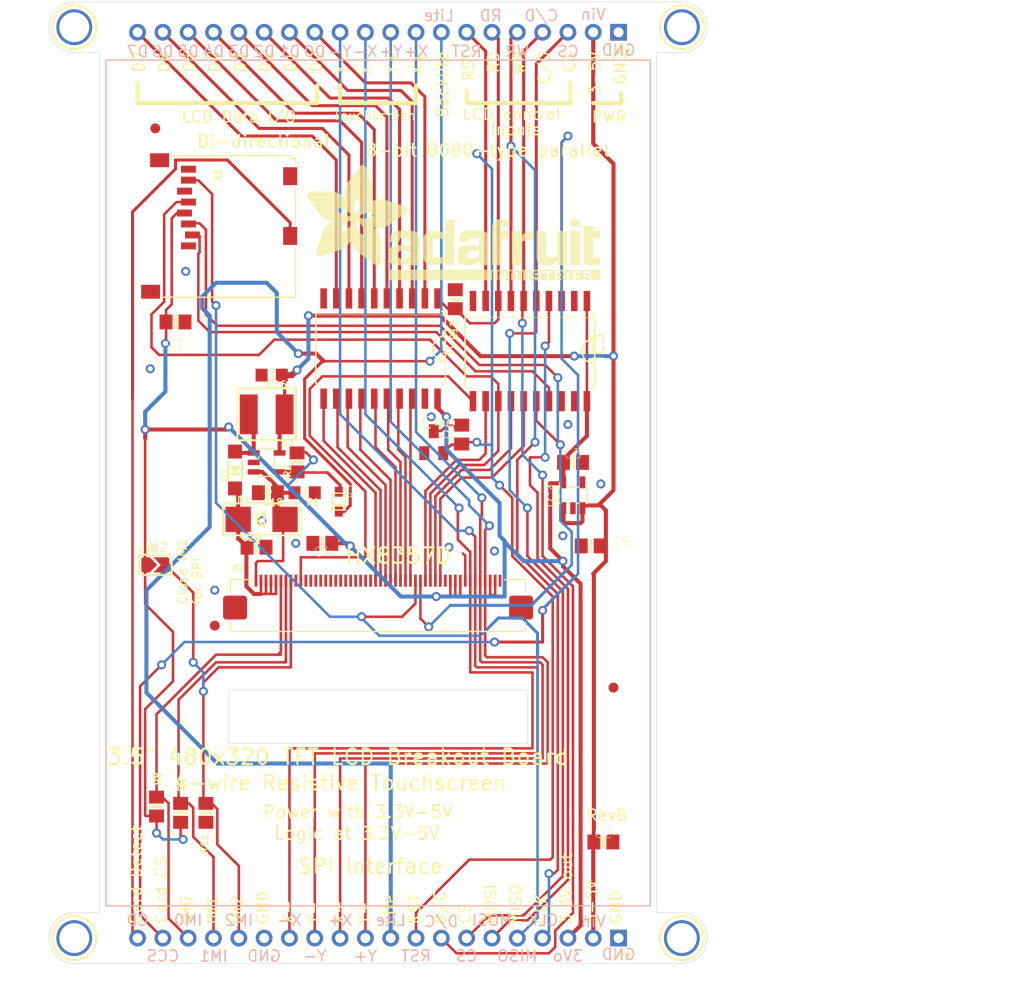
<source format=kicad_pcb>
(kicad_pcb (version 20211014) (generator pcbnew)
  (layers (0 "F.Cu" signal) (1 "In1.Cu" signal) (2 "In2.Cu" signal) (3 "In3.Cu" signal) (4 "In4.Cu" signal) (5 "In5.Cu" signal) (6 "In6.Cu" signal) (7 "In7.Cu" signal) (8 "In8.Cu" signal) (9 "In9.Cu" signal) (10 "In10.Cu" signal) (11 "In11.Cu" signal) (12 "In12.Cu" signal) (13 "In13.Cu" signal) (14 "In14.Cu" signal) (31 "B.Cu" signal) (34 "B.Paste" user) (35 "F.Paste" user) (36 "B.SilkS" user "B.Silkscreen") (37 "F.SilkS" user "F.Silkscreen") (38 "B.Mask" user) (39 "F.Mask" user) (44 "Edge.Cuts" user))
  (net 0 "")
  (net 1 "GND")
  (net 2 "LCD_RST")
  (net 3 "LCD_DATA7")
  (net 4 "LCD_DATA6")
  (net 5 "LCD_DATA5")
  (net 6 "LCD_DATA4")
  (net 7 "LCD_DATA3")
  (net 8 "LCD_DATA2")
  (net 9 "LCD_DATA1")
  (net 10 "LCD_DATA0")
  (net 11 "LCD_CS")
  (net 12 "LCD_WR")
  (net 13 "LCD_RD")
  (net 14 "LCD_RS")
  (net 15 "LCD_X+")
  (net 16 "LCD_Y+")
  (net 17 "LCD_X-")
  (net 18 "LCD_Y-")
  (net 19 "LCD_LITE")
  (net 20 "LCD_CS_5V")
  (net 21 "LCD_RS_5V")
  (net 22 "LCD_WR_5V")
  (net 23 "LCD_RD_5V")
  (net 24 "LCD_RST_5V")
  (net 25 "LCD_DATA0_5V")
  (net 26 "LCD_DATA1_5V")
  (net 27 "LCD_DATA2_5V")
  (net 28 "LCD_DATA3_5V")
  (net 29 "LCD_DATA4_5V")
  (net 30 "LCD_DATA5_5V")
  (net 31 "LCD_DATA6_5V")
  (net 32 "LCD_DATA7_5V")
  (net 33 "+5V")
  (net 34 "VCC")
  (net 35 "SDI_3V")
  (net 36 "SDO")
  (net 37 "SDI_5V")
  (net 38 "IM0")
  (net 39 "IM1")
  (net 40 "IM2")
  (net 41 "SD_CS_5V")
  (net 42 "SD_CS_3V")
  (net 43 "CARDDET")
  (net 44 "LEDK")
  (net 45 "N$3")
  (net 46 "+24V")
  (net 47 "SHDN")
  (footprint "boardEagle:MICROSD" (layer "F.Cu") (at 140.1191 72.2376 -90)
    (fp_text reference "X1")
    (fp_text value "")
  )
  (footprint "boardEagle:SOD-323F" (layer "F.Cu") (at 144.5641 106.9086 -90)
    (fp_text reference "D4")
    (fp_text value "1N4148")
  )
  (footprint "boardEagle:FIDUCIAL_1MM" (layer "F.Cu") (at 132.1181 119.3546)
    (fp_text reference "U$23" hide)
    (fp_text value "FIDUCIAL" hide)
  )
  (footprint "boardEagle:SMADIODE" (layer "F.Cu") (at 136.8171 108.6866)
    (fp_text reference "D1")
    (fp_text value "MM3Z24VT1G")
  )
  (footprint "boardEagle:MOUNTINGHOLE_3.0_PLATEDTHIN" (layer "F.Cu") (at 118.0211 150.7236)
    (fp_text reference "U$7" hide)
    (fp_text value "MOUNTINGHOLE3.0THIN" hide)
  )
  (footprint "boardEagle:MOUNTINGHOLE_3.0_PLATEDTHIN" (layer "F.Cu") (at 178.9811 59.2836)
    (fp_text reference "U$17" hide)
    (fp_text value "MOUNTINGHOLE3.0THIN" hide)
  )
  (footprint "boardEagle:SOLDERJUMPER_ARROW_NOPASTE" (layer "F.Cu") (at 126.1491 113.2586)
    (fp_text reference "SJ3")
    (fp_text value "")
  )
  (footprint "boardEagle:_0805MP" (layer "F.Cu") (at 141.1351 106.0196 180)
    (fp_text reference "R1")
    (fp_text value "12Ω")
  )
  (footprint "boardEagle:0805-NO" (layer "F.Cu") (at 169.8371 111.3536 180)
    (fp_text reference "C5")
    (fp_text value "10uF")
  )
  (footprint "boardEagle:SO20W" (layer "F.Cu") (at 148.7551 91.5416 180)
    (fp_text reference "IC2")
    (fp_text value "74LVC245")
  )
  (footprint "boardEagle:SOT23" (layer "F.Cu") (at 154.0891 100.9396)
    (fp_text reference "IC4")
    (fp_text value "APX803-SAG")
  )
  (footprint "boardEagle:ADAFRUIT_TEXT_30MM" (layer "F.Cu") (at 141.1351 84.6836)
    (fp_text reference "U$19" hide)
    (fp_text value "" hide)
  )
  (footprint "boardEagle:FIDUCIAL_1MM" (layer "F.Cu") (at 172.1231 125.5776)
    (fp_text reference "U$9" hide)
    (fp_text value "FIDUCIAL" hide)
  )
  (footprint "boardEagle:SOT23-5L" (layer "F.Cu") (at 168.0591 106.2736)
    (fp_text reference "IC1")
    (fp_text value "MIC5225-3.3")
  )
  (footprint "boardEagle:0805-NO" (layer "F.Cu") (at 168.0591 102.9716)
    (fp_text reference "C3")
    (fp_text value "10uF")
  )
  (footprint "boardEagle:0805-NO" (layer "F.Cu") (at 136.3091 111.4806)
    (fp_text reference "C20")
    (fp_text value "1uF")
  )
  (footprint "boardEagle:SOD-123" (layer "F.Cu") (at 134.1501 103.7336 90)
    (fp_text reference "D2")
    (fp_text value "MBR0540")
  )
  (footprint "boardEagle:0805-NO" (layer "F.Cu") (at 126.2761 137.5156 90)
    (fp_text reference "R8")
    (fp_text value "10K")
  )
  (footprint "boardEagle:SO20W" (layer "F.Cu") (at 163.7411 91.7956 180)
    (fp_text reference "IC3")
    (fp_text value "74LVC245")
  )
  (footprint "boardEagle:0805-NO" (layer "F.Cu") (at 128.6891 138.1506 90)
    (fp_text reference "R9")
    (fp_text value "10K")
  )
  (footprint "boardEagle:0805-NO" (layer "F.Cu") (at 171.1071 141.0716)
    (fp_text reference "C2")
    (fp_text value "10uF")
  )
  (footprint "boardEagle:0805-NO" (layer "F.Cu") (at 142.9131 111.0996 180)
    (fp_text reference "C4")
    (fp_text value "0.1uF")
  )
  (footprint "boardEagle:_0805MP" (layer "F.Cu") (at 137.8331 94.2086 180)
    (fp_text reference "C16")
    (fp_text value "10uF")
  )
  (footprint "boardEagle:0805-NO" (layer "F.Cu") (at 128.1811 88.8746)
    (fp_text reference "C1")
    (fp_text value "0.1uF")
  )
  (footprint "boardEagle:R0805" (layer "F.Cu") (at 156.8831 100.1776 90)
    (fp_text reference "R6")
    (fp_text value "10K")
  )
  (footprint "boardEagle:1X20_ROUND" (layer "F.Cu") (at 148.5011 59.7916 180)
    (fp_text reference "JP1")
    (fp_text value "")
  )
  (footprint "boardEagle:0805-NO" (layer "F.Cu") (at 140.3731 102.9716 90)
    (fp_text reference "R2")
    (fp_text value "10K")
  )
  (footprint "boardEagle:1X20_ROUND" (layer "F.Cu") (at 148.5011 150.7236 180)
    (fp_text reference "JP2")
    (fp_text value "")
  )
  (footprint "boardEagle:INDUCTOR_5X5MM_NR5040_NOTHERMALS" (layer "F.Cu") (at 137.3251 98.1456 180)
    (fp_text reference "L1")
    (fp_text value "10uH inductor")
  )
  (footprint "boardEagle:MOUNTINGHOLE_3.0_PLATEDTHIN" (layer "F.Cu") (at 178.9811 150.7236)
    (fp_text reference "U$15" hide)
    (fp_text value "MOUNTINGHOLE3.0THIN" hide)
  )
  (footprint "boardEagle:0805-NO" (layer "F.Cu") (at 156.2481 86.5886 -90)
    (fp_text reference "R12")
    (fp_text value "10K")
  )
  (footprint "boardEagle:FIDUCIAL_1MM" (layer "F.Cu") (at 126.1491 69.4436)
    (fp_text reference "U$11" hide)
    (fp_text value "FIDUCIAL" hide)
  )
  (footprint "boardEagle:SOT23-5@1" (layer "F.Cu") (at 137.3251 102.9716 -90)
    (fp_text reference "U3")
    (fp_text value "FAN5333BSX")
  )
  (footprint "boardEagle:0805-NO" (layer "F.Cu") (at 137.4521 106.0196 180)
    (fp_text reference "C18")
    (fp_text value "0.1uF")
  )
  (footprint "boardEagle:MOUNTINGHOLE_3.0_PLATEDTHIN" (layer "F.Cu") (at 118.0211 59.2836)
    (fp_text reference "U$16" hide)
    (fp_text value "MOUNTINGHOLE3.0THIN" hide)
  )
  (footprint "boardEagle:0805-NO" (layer "F.Cu") (at 131.2291 138.1506 -90)
    (fp_text reference "R11")
    (fp_text value "10K")
  )
  (footprint "boardEagle:TFT_3.5IN_320X480_50PIN" (layer "B.Cu") (at 148.5011 110.0836 180)
    (fp_text reference "X2")
    (fp_text value "")
  )
  (gr_line (start 144.6911 65.1256) (end 144.6911 66.9036) (layer "F.SilkS") (width 0.4064))
  (gr_line (start 124.3711 64.8716) (end 124.3711 66.9036) (layer "F.SilkS") (width 0.4064))
  (gr_line (start 167.8051 66.9036) (end 167.8051 64.8716) (layer "F.SilkS") (width 0.4064))
  (gr_line (start 157.3911 65.6336) (end 157.3911 66.9036) (layer "F.SilkS") (width 0.4064))
  (gr_line (start 170.0911 66.9036) (end 172.8851 66.9036) (layer "F.SilkS") (width 0.4064))
  (gr_line (start 157.3911 66.9036) (end 167.8051 66.9036) (layer "F.SilkS") (width 0.4064))
  (gr_line (start 144.6911 66.9036) (end 152.3111 66.9036) (layer "F.SilkS") (width 0.4064))
  (gr_line (start 124.3711 66.9036) (end 142.4051 66.9036) (layer "F.SilkS") (width 0.4064))
  (gr_line (start 152.3111 66.9036) (end 152.3111 65.1256) (layer "F.SilkS") (width 0.4064))
  (gr_line (start 142.4051 66.9036) (end 142.4051 65.1256) (layer "F.SilkS") (width 0.4064))
  (gr_line (start 172.8851 66.9036) (end 172.8851 65.8876) (layer "F.SilkS") (width 0.4064))
  (gr_line (start 118.0211 153.2636) (end 178.9811 153.2636) (layer "Edge.Cuts") (width 0.05))
  (gr_line (start 118.0211 61.8236) (end 120.5611 61.8236) (layer "Edge.Cuts") (width 0.05))
  (gr_line (start 118.0211 56.7436) (end 178.9811 56.7436) (layer "Edge.Cuts") (width 0.05))
  (gr_line (start 120.5611 61.8236) (end 120.5611 148.1836) (layer "Edge.Cuts") (width 0.05))
  (gr_arc (start 181.5211 59.2836) (mid 180.777151 61.079651) (end 178.9811 61.8236) (layer "Edge.Cuts") (width 0.05))
  (gr_line (start 176.4411 148.1836) (end 176.4411 61.8236) (layer "Edge.Cuts") (width 0.05))
  (gr_arc (start 118.0211 153.2636) (mid 116.225049 152.519651) (end 115.4811 150.7236) (layer "Edge.Cuts") (width 0.05))
  (gr_arc (start 178.9811 56.7436) (mid 180.777151 57.487549) (end 181.5211 59.2836) (layer "Edge.Cuts") (width 0.05))
  (gr_arc (start 178.9811 148.1836) (mid 180.777151 148.927549) (end 181.5211 150.7236) (layer "Edge.Cuts") (width 0.05))
  (gr_arc (start 118.0211 61.8236) (mid 116.225049 61.079651) (end 115.4811 59.2836) (layer "Edge.Cuts") (width 0.05))
  (gr_line (start 120.5611 148.1836) (end 118.0211 148.1836) (layer "Edge.Cuts") (width 0.05))
  (gr_line (start 178.9811 61.8236) (end 176.4411 61.8236) (layer "Edge.Cuts") (width 0.05))
  (gr_line (start 163.4871 131.1656) (end 163.4871 125.8316) (layer "Edge.Cuts") (width 0.05))
  (gr_line (start 133.5151 131.1656) (end 163.4871 131.1656) (layer "Edge.Cuts") (width 0.05))
  (gr_arc (start 181.5211 150.7236) (mid 180.777151 152.519651) (end 178.9811 153.2636) (layer "Edge.Cuts") (width 0.05))
  (gr_line (start 163.4871 125.8316) (end 133.5151 125.8316) (layer "Edge.Cuts") (width 0.05))
  (gr_arc (start 115.4811 59.2836) (mid 116.225049 57.487549) (end 118.0211 56.7436) (layer "Edge.Cuts") (width 0.05))
  (gr_line (start 133.5151 125.8316) (end 133.5151 131.1656) (layer "Edge.Cuts") (width 0.05))
  (gr_line (start 178.9811 148.1836) (end 176.4411 148.1836) (layer "Edge.Cuts") (width 0.05))
  (gr_arc (start 115.4811 150.7236) (mid 116.225049 148.927549) (end 118.0211 148.1836) (layer "Edge.Cuts") (width 0.05))
  (gr_text "3Vo" (at 167.5511 151.8666) (layer "B.SilkS") (effects (font (size 1.1176 1.1176) (thickness 0.1524)) (justify top mirror)))
  (gr_text "X+" (at 144.6911 149.5806) (layer "B.SilkS") (effects (font (size 1.1176 1.1176) (thickness 0.1524)) (justify bottom mirror)))
  (gr_text "GND" (at 172.6311 153.0096) (layer "B.SilkS") (effects (font (size 1.1176 1.1176) (thickness 0.1524)) (justify bottom mirror)))
  (gr_text "D3" (at 134.5311 61.0616) (layer "B.SilkS") (effects (font (size 1.1176 1.1176) (thickness 0.1524)) (justify top mirror)))
  (gr_text "D4" (at 131.9911 61.0616) (layer "B.SilkS") (effects (font (size 1.1176 1.1176) (thickness 0.1524)) (justify top mirror)))
  (gr_text "Y-" (at 142.1511 151.8666) (layer "B.SilkS") (effects (font (size 1.1176 1.1176) (thickness 0.1524)) (justify top mirror)))
  (gr_text "D0" (at 142.1511 61.0616) (layer "B.SilkS") (effects (font (size 1.1176 1.1176) (thickness 0.1524)) (justify top mirror)))
  (gr_text "X+" (at 152.3111 61.0616) (layer "B.SilkS") (effects (font (size 1.1176 1.1176) (thickness 0.1524)) (justify top mirror)))
  (gr_text "D7" (at 124.3711 61.0616) (layer "B.SilkS") (effects (font (size 1.1176 1.1176) (thickness 0.1524)) (justify top mirror)))
  (gr_text "Y+" (at 149.7711 61.0616) (layer "B.SilkS") (effects (font (size 1.1176 1.1176) (thickness 0.1524)) (justify top mirror)))
  (gr_text "GND" (at 172.6311 60.9346) (layer "B.SilkS") (effects (font (size 1.1176 1.1176) (thickness 0.1524)) (justify top mirror)))
  (gr_text "C/D" (at 164.8841 58.7756) (layer "B.SilkS") (effects (font (size 1.1176 1.1176) (thickness 0.1524)) (justify bottom mirror)))
  (gr_text "CS" (at 157.3911 151.8666) (layer "B.SilkS") (effects (font (size 1.1176 1.1176) (thickness 0.1524)) (justify top mirror)))
  (gr_text "RST" (at 157.3911 61.0616) (layer "B.SilkS") (effects (font (size 1.1176 1.1176) (thickness 0.1524)) (justify top mirror)))
  (gr_text "IM2" (at 134.5311 149.5806) (layer "B.SilkS") (effects (font (size 1.1176 1.1176) (thickness 0.1524)) (justify bottom mirror)))
  (gr_text "Vin" (at 170.0911 149.7076) (layer "B.SilkS") (effects (font (size 1.1176 1.1176) (thickness 0.1524)) (justify bottom mirror)))
  (gr_text "D2" (at 137.0711 61.0616) (layer "B.SilkS") (effects (font (size 1.1176 1.1176) (thickness 0.1524)) (justify top mirror)))
  (gr_text "X-" (at 139.6111 149.5806) (layer "B.SilkS") (effects (font (size 1.1176 1.1176) (thickness 0.1524)) (justify bottom mirror)))
  (gr_text "RD" (at 159.8041 58.7756) (layer "B.SilkS") (effects (font (size 1.1176 1.1176) (thickness 0.1524)) (justify bottom mirror)))
  (gr_text "D/C" (at 154.8511 149.7076) (layer "B.SilkS") (effects (font (size 1.1176 1.1176) (thickness 0.1524)) (justify bottom mirror)))
  (gr_text "CS" (at 167.5511 61.0616) (layer "B.SilkS") (effects (font (size 1.1176 1.1176) (thickness 0.1524)) (justify top mirror)))
  (gr_text "WR" (at 162.4711 61.0616) (layer "B.SilkS") (effects (font (size 1.1176 1.1176) (thickness 0.1524)) (justify top mirror)))
  (gr_text "Lite" (at 154.5971 58.7756) (layer "B.SilkS") (effects (font (size 1.1176 1.1176) (thickness 0.1524)) (justify bottom mirror)))
  (gr_text "IM1" (at 131.9911 151.8666) (layer "B.SilkS") (effects (font (size 1.1176 1.1176) (thickness 0.1524)) (justify top mirror)))
  (gr_text "RST" (at 152.3111 151.8666) (layer "B.SilkS") (effects (font (size 1.1176 1.1176) (thickness 0.1524)) (justify top mirror)))
  (gr_text "Lite" (at 149.7711 149.5806) (layer "B.SilkS") (effects (font (size 1.1176 1.1176) (thickness 0.1524)) (justify bottom mirror)))
  (gr_text "CLK" (at 165.0111 149.5806) (layer "B.SilkS") (effects (font (size 1.1176 1.1176) (thickness 0.1524)) (justify bottom mirror)))
  (gr_text "MISO" (at 162.4711 151.8666) (layer "B.SilkS") (effects (font (size 1.1176 1.1176) (thickness 0.1524)) (justify top mirror)))
  (gr_text "MOSI" (at 159.9311 149.5806) (layer "B.SilkS") (effects (font (size 1.1176 1.1176) (thickness 0.1524)) (justify bottom mirror)))
  (gr_text "D5" (at 129.4511 61.0616) (layer "B.SilkS") (effects (font (size 1.1176 1.1176) (thickness 0.1524)) (justify top mirror)))
  (gr_text "IM0" (at 129.4511 149.5806) (layer "B.SilkS") (effects (font (size 1.1176 1.1176) (thickness 0.1524)) (justify bottom mirror)))
  (gr_text "Y-" (at 144.6911 61.0616) (layer "B.SilkS") (effects (font (size 1.1176 1.1176) (thickness 0.1524)) (justify top mirror)))
  (gr_text "D1" (at 139.6111 61.0616) (layer "B.SilkS") (effects (font (size 1.1176 1.1176) (thickness 0.1524)) (justify top mirror)))
  (gr_text "CCS" (at 126.9111 151.8666) (layer "B.SilkS") (effects (font (size 1.1176 1.1176) (thickness 0.1524)) (justify top mirror)))
  (gr_text "D6" (at 126.9111 61.0616) (layer "B.SilkS") (effects (font (size 1.1176 1.1176) (thickness 0.1524)) (justify top mirror)))
  (gr_text "Vin" (at 170.0911 58.6486) (layer "B.SilkS") (effects (font (size 1.1176 1.1176) (thickness 0.1524)) (justify bottom mirror)))
  (gr_text "Y+" (at 147.2311 151.8666) (layer "B.SilkS") (effects (font (size 1.1176 1.1176) (thickness 0.1524)) (justify top mirror)))
  (gr_text "GND" (at 137.0711 151.8666) (layer "B.SilkS") (effects (font (size 1.1176 1.1176) (thickness 0.1524)) (justify top mirror)))
  (gr_text "X-" (at 147.2311 61.0616) (layer "B.SilkS") (effects (font (size 1.1176 1.1176) (thickness 0.1524)) (justify top mirror)))
  (gr_text "CD" (at 124.3711 149.5806) (layer "B.SilkS") (effects (font (size 1.1176 1.1176) (thickness 0.1524)) (justify bottom mirror)))
  (gr_text "HX8357D" (at 145.0721 113.2586) (layer "F.SilkS") (effects (font (size 1.56464 1.56464) (thickness 0.21336)) (justify left bottom)))
  (gr_text "D4" (at 131.4831 61.5696 90) (layer "F.SilkS") (effects (font (size 1.1176 1.1176) (thickness 0.1524)) (justify right top)))
  (gr_text "MISO" (at 162.9791 149.4536 90) (layer "F.SilkS") (effects (font (size 1.1176 1.1176) (thickness 0.1524)) (justify left bottom)))
  (gr_text "CS" (at 157.8991 149.4536 90) (layer "F.SilkS") (effects (font (size 1.1176 1.1176) (thickness 0.1524)) (justify left bottom)))
  (gr_text "X-" (at 140.1191 149.4536 90) (layer "F.SilkS") (effects (font (size 1.1176 1.1176) (thickness 0.1524)) (justify left bottom)))
  (gr_text "Card CS" (at 127.4191 149.4536 90) (layer "F.SilkS") (effects (font (size 1.1176 1.1176) (thickness 0.1524)) (justify left bottom)))
  (gr_text "RD" (at 159.4231 61.5696 90) (layer "F.SilkS") (effects (font (size 1.1176 1.1176) (thickness 0.1524)) (justify right top)))
  (gr_text "X-" (at 146.7231 61.5696 90) (layer "F.SilkS") (effects (font (size 1.1176 1.1176) (thickness 0.1524)) (justify right top)))
  (gr_text "RST" (at 152.8191 149.4536 90) (layer "F.SilkS") (effects (font (size 1.1176 1.1176) (thickness 0.1524)) (justify left bottom)))
  (gr_text "WR" (at 161.9631 61.5696 90) (layer "F.SilkS") (effects (font (size 1.1176 1.1176) (thickness 0.1524)) (justify right top)))
  (gr_text "Power with 3.3V-5V" (at 136.8171 138.7856) (layer "F.SilkS") (effects (font (size 1.251712 1.251712) (thickness 0.170688)) (justify left bottom)))
  (gr_text "LCD control" (at 156.8831 68.6816) (layer "F.SilkS") (effects (font (size 1.1176 1.1176) (thickness 0.1524)) (justify left bottom)))
  (gr_text "IM2" (at 135.0391 149.4536 90) (layer "F.SilkS") (effects (font (size 1.1176 1.1176) (thickness 0.1524)) (justify left bottom)))
  (gr_text "RST" (at 156.8831 61.5696 90) (layer "F.SilkS") (effects (font (size 1.1176 1.1176) (thickness 0.1524)) (justify right top)))
  (gr_text "Touchscreen" (at 143.9291 68.6816) (layer "F.SilkS") (effects (font (size 0.89408 0.89408) (thickness 0.12192)) (justify left bottom)))
  (gr_text "4-wire Resistive Touchscreen" (at 127.9271 135.9916) (layer "F.SilkS") (effects (font (size 1.475232 1.475232) (thickness 0.201168)) (justify left bottom)))
  (gr_text "3.3V out" (at 168.0591 149.4536 90) (layer "F.SilkS") (effects (font (size 1.1176 1.1176) (thickness 0.1524)) (justify left bottom)))
  (gr_text "D1" (at 139.1031 61.5696 90) (layer "F.SilkS") (effects (font (size 1.1176 1.1176) (thickness 0.1524)) (justify right top)))
  (gr_text "C/D" (at 164.5031 61.5696 90) (layer "F.SilkS") (effects (font (size 1.1176 1.1176) (thickness 0.1524)) (justify right top)))
  (gr_text "GND" (at 137.5791 149.4536 90) (layer "F.SilkS") (effects (font (size 1.1176 1.1176) (thickness 0.1524)) (justify left bottom)))
  (gr_text "D6" (at 126.4031 61.5696 90) (layer "F.SilkS") (effects (font (size 1.1176 1.1176) (thickness 0.1524)) (justify right top)))
  (gr_text "Y+" (at 149.2631 61.5696 90) (layer "F.SilkS") (effects (font (size 1.1176 1.1176) (thickness 0.1524)) (justify right top)))
  (gr_text "Card Detect" (at 124.8791 149.4536 90) (layer "F.SilkS") (effects (font (size 1.1176 1.1176) (thickness 0.1524)) (justify left bottom)))
  (gr_text "CLK" (at 165.5191 149.4536 90) (layer "F.SilkS") (effects (font (size 1.1176 1.1176) (thickness 0.1524)) (justify left bottom)))
  (gr_text "Lite" (at 150.2791 149.4536 90) (layer "F.SilkS") (effects (font (size 1.1176 1.1176) (thickness 0.1524)) (justify left bottom)))
  (gr_text "Bi-directional" (at 130.2131 71.4756) (layer "F.SilkS") (effects (font (size 1.251712 1.251712) (thickness 0.170688)) (justify left bottom)))
  (gr_text "D/C" (at 155.3591 149.4536 90) (layer "F.SilkS") (effects (font (size 1.1176 1.1176) (thickness 0.1524)) (justify left bottom)))
  (gr_text "IM1" (at 132.4991 149.4536 90) (layer "F.SilkS") (effects (font (size 1.1176 1.1176) (thickness 0.1524)) (justify left bottom)))
  (gr_text "GND" (at 173.0121 149.4536 90) (layer "F.SilkS") (effects (font (size 1.1176 1.1176) (thickness 0.1524)) (justify left bottom)))
  (gr_text "PWR" (at 169.8371 68.9356) (layer "F.SilkS") (effects (font (size 1.1176 1.1176) (thickness 0.1524)) (justify left bottom)))
  (gr_text "GND" (at 172.1231 61.5696 90) (layer "F.SilkS") (effects (font (size 1.1176 1.1176) (thickness 0.1524)) (justify right top)))
  (gr_text "Close IM2\nfor SPI" (at 130.8481 117.3226 90) (layer "F.SilkS") (effects (font (size 0.89408 0.89408) (thickness 0.12192)) (justify left bottom)))
  (gr_text "RevB" (at 169.3291 139.0396) (layer "F.SilkS") (effects (font (size 1.1176 1.1176) (thickness 0.1524)) (justify left bottom)))
  (gr_text "3.5\" 480x320 TFT LCD Breakout Board" (at 121.1961 133.4516) (layer "F.SilkS") (effects (font (size 1.56464 1.56464) (thickness 0.21336)) (justify left bottom)))
  (gr_text "D5" (at 128.9431 61.5696 90) (layer "F.SilkS") (effects (font (size 1.1176 1.1176) (thickness 0.1524)) (justify right top)))
  (gr_text "X+" (at 151.8031 61.5696 90) (layer "F.SilkS") (effects (font (size 1.1176 1.1176) (thickness 0.1524)) (justify right top)))
  (gr_text "Backlite" (at 154.3431 61.5696 90) (layer "F.SilkS") (effects (font (size 1.1176 1.1176) (thickness 0.1524)) (justify right top)))
  (gr_text "3-5V" (at 170.5991 149.4536 90) (layer "F.SilkS") (effects (font (size 1.1176 1.1176) (thickness 0.1524)) (justify left bottom)))
  (gr_text "D2" (at 136.5631 61.5696 90) (layer "F.SilkS") (effects (font (size 1.1176 1.1176) (thickness 0.1524)) (justify right top)))
  (gr_text "LCD Data I/O" (at 128.6891 68.9356) (layer "F.SilkS") (effects (font (size 1.1176 1.1176) (thickness 0.1524)) (justify left bottom)))
  (gr_text "3-5V" (at 169.5831 61.5696 90) (layer "F.SilkS") (effects (font (size 1.1176 1.1176) (thickness 0.1524)) (justify right top)))
  (gr_text "Y-" (at 142.6591 149.4536 90) (layer "F.SilkS") (effects (font (size 1.1176 1.1176) (thickness 0.1524)) (justify left bottom)))
  (gr_text "8-bit 8080-type parallel" (at 147.1041 72.3646) (layer "F.SilkS") (effects (font (size 1.251712 1.251712) (thickness 0.170688)) (justify left bottom)))
  (gr_text "MOSI" (at 160.4391 149.4536 90) (layer "F.SilkS") (effects (font (size 1.1176 1.1176) (thickness 0.1524)) (justify left bottom)))
  (gr_text "Y+" (at 147.7391 149.4536 90) (layer "F.SilkS") (effects (font (size 1.1176 1.1176) (thickness 0.1524)) (justify left bottom)))
  (gr_text "D7" (at 123.8631 61.5696 90) (layer "F.SilkS") (effects (font (size 1.1176 1.1176) (thickness 0.1524)) (justify right top)))
  (gr_text "SPI Interface" (at 147.7391 144.3736) (layer "F.SilkS") (effects (font (size 1.475232 1.475232) (thickness 0.201168)) (justify bottom)))
  (gr_text "Logic at 3.3V-5V" (at 137.9601 140.9446) (layer "F.SilkS") (effects (font (size 1.251712 1.251712) (thickness 0.170688)) (justify left bottom)))
  (gr_text "D3" (at 134.0231 61.5696 90) (layer "F.SilkS") (effects (font (size 1.1176 1.1176) (thickness 0.1524)) (justify right top)))
  (gr_text "IM2" (at 125.0061 111.9886) (layer "F.SilkS") (effects (font (size 0.89408 0.89408) (thickness 0.12192)) (justify left bottom)))
  (gr_text "X+" (at 145.1991 149.4536 90) (layer "F.SilkS") (effects (font (size 1.1176 1.1176) (thickness 0.1524)) (justify left bottom)))
  (gr_text "IM0" (at 129.9591 149.4536 90) (layer "F.SilkS") (effects (font (size 1.1176 1.1176) (thickness 0.1524)) (justify left bottom)))
  (gr_text "Y-" (at 144.1831 61.5696 90) (layer "F.SilkS") (effects (font (size 1.1176 1.1176) (thickness 0.1524)) (justify right top)))
  (gr_text "D0" (at 141.6431 61.5696 90) (layer "F.SilkS") (effects (font (size 1.1176 1.1176) (thickness 0.1524)) (justify right top)))
  (gr_text "CS" (at 167.0431 61.5696 90) (layer "F.SilkS") (effects (font (size 1.1176 1.1176) (thickness 0.1524)) (justify right top)))
  (gr_text "Inputs" (at 159.6771 70.2056) (layer "F.SilkS") (effects (font (size 1.1176 1.1176) (thickness 0.1524)) (justify left bottom)))
  (segment (start 159.7511 114.8436) (end 159.7511 116.3066) (width 0.254) (layer "F.Cu") (net 1))
  (segment (start 160.2511 114.8436) (end 160.2511 116.3066) (width 0.254) (layer "F.Cu") (net 1))
  (segment (start 157.2511 112.3566) (end 157.0101 112.1156) (width 0.254) (layer "F.Cu") (net 1))
  (segment (start 157.2511 114.8436) (end 157.2511 112.3566) (width 0.254) (layer "F.Cu") (net 1))
  (segment (start 159.7511 116.3066) (end 160.2511 116.3066) (width 0.254) (layer "F.Cu") (net 1))
  (via (at 136.8171 108.8136) (size 0.9064) (drill 0.5) (layers "F.Cu" "B.Cu") (net 1))
  (via (at 167.5511 99.1616) (size 0.9064) (drill 0.5) (layers "F.Cu" "B.Cu") (net 1))
  (via (at 125.6411 93.5736) (size 0.9064) (drill 0.5) (layers "F.Cu" "B.Cu") (net 1))
  (via (at 153.8351 98.3996) (size 0.9064) (drill 0.5) (layers "F.Cu" "B.Cu") (net 1))
  (via (at 129.1971 83.7946) (size 0.9064) (drill 0.5) (layers "F.Cu" "B.Cu") (net 1))
  (via (at 140.2461 111.0996) (size 0.9064) (drill 0.5) (layers "F.Cu" "B.Cu") (net 1))
  (via (at 167.0431 110.3376) (size 0.9064) (drill 0.5) (layers "F.Cu" "B.Cu") (net 1))
  (via (at 132.1181 115.7986) (size 0.9064) (drill 0.5) (layers "F.Cu" "B.Cu") (net 1))
  (via (at 155.6131 111.4806) (size 0.9064) (drill 0.5) (layers "F.Cu" "B.Cu") (net 1))
  (via (at 170.8531 105.1306) (size 0.9064) (drill 0.5) (layers "F.Cu" "B.Cu") (net 1))
  (via (at 160.1851 111.8616) (size 0.9064) (drill 0.5) (layers "F.Cu" "B.Cu") (net 1))
  (segment (start 142.9131 94.3356) (end 155.5369 94.3356) (width 0.254) (layer "F.Cu") (net 2))
  (segment (start 141.6431 95.6056) (end 142.9131 94.3356) (width 0.254) (layer "F.Cu") (net 2))
  (segment (start 140.7511 114.8436) (end 140.7511 112.4966) (width 0.254) (layer "F.Cu") (net 2))
  (segment (start 147.2311 105.8926) (end 147.2311 112.4966) (width 0.254) (layer "F.Cu") (net 2))
  (segment (start 147.2311 105.8926) (end 141.6431 100.3046) (width 0.254) (layer "F.Cu") (net 2))
  (segment (start 141.6431 100.3046) (end 141.6431 95.6056) (width 0.254) (layer "F.Cu") (net 2))
  (segment (start 155.5369 94.3356) (end 158.0261 96.8248) (width 0.254) (layer "F.Cu") (net 2))
  (segment (start 140.7511 112.4966) (end 147.2311 112.4966) (width 0.254) (layer "F.Cu") (net 2))
  (segment (start 148.2511 106.0236) (end 143.0401 100.8126) (width 0.254) (layer "F.Cu") (net 3))
  (segment (start 148.2511 106.0236) (end 148.2511 114.8436) (width 0.254) (layer "F.Cu") (net 3))
  (segment (start 143.0401 100.8126) (end 143.0401 96.5708) (width 0.254) (layer "F.Cu") (net 3))
  (segment (start 144.4371 96.6978) (end 144.3101 96.5708) (width 0.254) (layer "F.Cu") (net 4))
  (segment (start 148.7511 105.7616) (end 144.4371 101.4476) (width 0.254) (layer "F.Cu") (net 4))
  (segment (start 148.7511 105.7616) (end 148.7511 114.8436) (width 0.254) (layer "F.Cu") (net 4))
  (segment (start 144.4371 101.4476) (end 144.4371 96.6978) (width 0.254) (layer "F.Cu") (net 4))
  (segment (start 145.4531 96.6978) (end 145.5801 96.5708) (width 0.254) (layer "F.Cu") (net 5))
  (segment (start 149.2511 105.2456) (end 149.2511 114.8436) (width 0.254) (layer "F.Cu") (net 5))
  (segment (start 145.4531 101.4476) (end 145.4531 96.6978) (width 0.254) (layer "F.Cu") (net 5))
  (segment (start 149.2511 105.2456) (end 145.4531 101.4476) (width 0.254) (layer "F.Cu") (net 5))
  (segment (start 146.7231 101.7016) (end 146.7231 96.6978) (width 0.254) (layer "F.Cu") (net 6))
  (segment (start 149.7511 104.7296) (end 146.7231 101.7016) (width 0.254) (layer "F.Cu") (net 6))
  (segment (start 146.7231 96.6978) (end 146.8501 96.5708) (width 0.254) (layer "F.Cu") (net 6))
  (segment (start 149.7511 104.7296) (end 149.7511 114.8436) (width 0.254) (layer "F.Cu") (net 6))
  (segment (start 150.2511 103.4516) (end 150.2511 114.8436) (width 0.254) (layer "F.Cu") (net 7))
  (segment (start 148.2471 101.4476) (end 148.2471 96.6978) (width 0.254) (layer "F.Cu") (net 7))
  (segment (start 150.2511 103.4516) (end 148.2471 101.4476) (width 0.254) (layer "F.Cu") (net 7))
  (segment (start 148.2471 96.6978) (end 148.1201 96.5708) (width 0.254) (layer "F.Cu") (net 7))
  (segment (start 149.5171 101.7016) (end 149.5171 96.6978) (width 0.254) (layer "F.Cu") (net 8))
  (segment (start 150.7511 102.9356) (end 150.7511 114.8436) (width 0.254) (layer "F.Cu") (net 8))
  (segment (start 149.5171 96.6978) (end 149.3901 96.5708) (width 0.254) (layer "F.Cu") (net 8))
  (segment (start 150.7511 102.9356) (end 149.5171 101.7016) (width 0.254) (layer "F.Cu") (net 8))
  (segment (start 150.5331 101.7016) (end 150.5331 96.6978) (width 0.254) (layer "F.Cu") (net 9))
  (segment (start 150.5331 96.6978) (end 150.6601 96.5708) (width 0.254) (layer "F.Cu") (net 9))
  (segment (start 151.2511 102.4196) (end 151.2511 114.8436) (width 0.254) (layer "F.Cu") (net 9))
  (segment (start 151.2511 102.4196) (end 150.5331 101.7016) (width 0.254) (layer "F.Cu") (net 9))
  (segment (start 151.7511 96.7498) (end 151.7511 114.8436) (width 0.254) (layer "F.Cu") (net 10))
  (segment (start 151.7511 96.7498) (end 151.9301 96.5708) (width 0.254) (layer "F.Cu") (net 10))
  (segment (start 154.7511 106.6276) (end 154.7511 114.8436) (width 0.254) (layer "F.Cu") (net 11))
  (segment (start 163.2331 96.9518) (end 163.1061 96.8248) (width 0.254) (layer "F.Cu") (net 11))
  (segment (start 163.1061 101.3206) (end 163.1061 96.8248) (width 0.254) (layer "F.Cu") (net 11))
  (segment (start 159.9311 104.4956) (end 163.1061 101.3206) (width 0.254) (layer "F.Cu") (net 11))
  (segment (start 156.8831 104.4956) (end 159.9311 104.4956) (width 0.254) (layer "F.Cu") (net 11))
  (segment (start 154.7511 106.6276) (end 156.8831 104.4956) (width 0.254) (layer "F.Cu") (net 11))
  (segment (start 138.0871 90.6526) (end 153.7081 90.6526) (width 0.254) (layer "F.Cu") (net 12))
  (segment (start 160.5661 95.0976) (end 160.5661 96.8248) (width 0.254) (layer "F.Cu") (net 12))
  (segment (start 125.7681 88.1126) (end 125.7681 91.4146) (width 0.254) (layer "F.Cu") (net 12))
  (segment (start 136.5631 92.1766) (end 138.0871 90.6526) (width 0.254) (layer "F.Cu") (net 12))
  (segment (start 128.2801 76.8376) (end 127.0381 78.0796) (width 0.254) (layer "F.Cu") (net 12))
  (segment (start 129.4791 76.8376) (end 128.2801 76.8376) (width 0.254) (layer "F.Cu") (net 12))
  (segment (start 153.7511 106.1036) (end 153.7511 114.8436) (width 0.254) (layer "F.Cu") (net 12))
  (segment (start 159.1691 103.2256) (end 160.5661 101.8286) (width 0.254) (layer "F.Cu") (net 12))
  (segment (start 157.3911 94.3356) (end 159.8041 94.3356) (width 0.254) (layer "F.Cu") (net 12))
  (segment (start 160.5661 101.8286) (end 160.5661 96.8248) (width 0.254) (layer "F.Cu") (net 12))
  (segment (start 126.5301 92.1766) (end 136.5631 92.1766) (width 0.254) (layer "F.Cu") (net 12))
  (segment (start 127.0381 78.0796) (end 127.0381 86.8426) (width 0.254) (layer "F.Cu") (net 12))
  (segment (start 125.7681 91.4146) (end 126.5301 92.1766) (width 0.254) (layer "F.Cu") (net 12))
  (segment (start 153.7081 90.6526) (end 157.3911 94.3356) (width 0.254) (layer "F.Cu") (net 12))
  (segment (start 153.7511 106.1036) (end 156.6291 103.2256) (width 0.254) (layer "F.Cu") (net 12))
  (segment (start 159.8041 94.3356) (end 160.5661 95.0976) (width 0.254) (layer "F.Cu") (net 12))
  (segment (start 160.6931 96.9518) (end 160.5661 96.8248) (width 0.254) (layer "F.Cu") (net 12))
  (segment (start 127.0381 86.8426) (end 125.7681 88.1126) (width 0.254) (layer "F.Cu") (net 12))
  (segment (start 156.6291 103.2256) (end 159.1691 103.2256) (width 0.254) (layer "F.Cu") (net 12))
  (segment (start 153.2511 105.8416) (end 156.3751 102.7176) (width 0.254) (layer "F.Cu") (net 13))
  (segment (start 153.2511 105.8416) (end 153.2511 114.8436) (width 0.254) (layer "F.Cu") (net 13))
  (segment (start 156.3751 102.7176) (end 158.6611 102.7176) (width 0.254) (layer "F.Cu") (net 13))
  (segment (start 159.1691 96.9518) (end 159.2961 96.8248) (width 0.254) (layer "F.Cu") (net 13))
  (segment (start 158.6611 102.7176) (end 159.2961 102.0826) (width 0.254) (layer "F.Cu") (net 13))
  (segment (start 159.2961 102.0826) (end 159.2961 96.8248) (width 0.254) (layer "F.Cu") (net 13))
  (segment (start 154.2511 106.3656) (end 154.2511 114.8436) (width 0.254) (layer "F.Cu") (net 14))
  (segment (start 161.8361 101.5746) (end 161.8361 96.8248) (width 0.254) (layer "F.Cu") (net 14))
  (segment (start 159.6771 103.7336) (end 161.8361 101.5746) (width 0.254) (layer "F.Cu") (net 14))
  (segment (start 156.8831 103.7336) (end 159.6771 103.7336) (width 0.254) (layer "F.Cu") (net 14))
  (segment (start 154.2511 106.3656) (end 156.8831 103.7336) (width 0.254) (layer "F.Cu") (net 14))
  (segment (start 161.7091 96.9518) (end 161.8361 96.8248) (width 0.254) (layer "F.Cu") (net 14))
  (segment (start 158.7511 108.4696) (end 158.9151 108.3056) (width 0.254) (layer "F.Cu") (net 15))
  (segment (start 164.7571 123.0376) (end 158.9151 123.0376) (width 0.254) (layer "F.Cu") (net 15))
  (segment (start 165.0111 132.6896) (end 165.0111 123.2916) (width 0.254) (layer "F.Cu") (net 15))
  (segment (start 158.9151 123.0376) (end 158.7511 122.8736) (width 0.254) (layer "F.Cu") (net 15))
  (segment (start 144.6911 132.6896) (end 165.0111 132.6896) (width 0.254) (layer "F.Cu") (net 15))
  (segment (start 158.7511 114.8436) (end 158.7511 122.8736) (width 0.254) (layer "F.Cu") (net 15))
  (segment (start 165.0111 123.2916) (end 164.7571 123.0376) (width 0.254) (layer "F.Cu") (net 15))
  (segment (start 144.6911 150.7236) (end 144.6911 132.6896) (width 0.254) (layer "F.Cu") (net 15))
  (segment (start 158.7511 108.4696) (end 158.7511 114.8436) (width 0.254) (layer "F.Cu") (net 15))
  (segment (start 158.9151 108.3056) (end 158.9151 106.5276) (width 0.254) (layer "F.Cu") (net 15))
  (via (at 158.9151 106.5276) (size 0.9064) (drill 0.5) (layers "F.Cu" "B.Cu") (net 15))
  (segment (start 158.9151 106.5276) (end 152.3111 99.9236) (width 0.254) (layer "B.Cu") (net 15))
  (segment (start 152.3111 99.9236) (end 152.3111 59.7916) (width 0.254) (layer "B.Cu") (net 15))
  (segment (start 165.5191 133.1976) (end 147.2311 133.1976) (width 0.254) (layer "F.Cu") (net 16))
  (segment (start 159.2511 109.7476) (end 159.2511 114.8436) (width 0.254) (layer "F.Cu") (net 16))
  (segment (start 159.2511 122.3576) (end 159.4231 122.5296) (width 0.254) (layer "F.Cu") (net 16))
  (segment (start 159.2511 109.7476) (end 159.6771 109.3216) (width 0.254) (layer "F.Cu") (net 16))
  (segment (start 159.4231 122.5296) (end 165.0111 122.5296) (width 0.254) (layer "F.Cu") (net 16))
  (segment (start 159.2511 114.8436) (end 159.2511 122.3576) (width 0.254) (layer "F.Cu") (net 16))
  (segment (start 165.5191 123.0376) (end 165.5191 133.1976) (width 0.254) (layer "F.Cu") (net 16))
  (segment (start 165.0111 122.5296) (end 165.5191 123.0376) (width 0.254) (layer "F.Cu") (net 16))
  (segment (start 147.2311 133.1976) (end 147.2311 150.7236) (width 0.254) (layer "F.Cu") (net 16))
  (via (at 159.6771 109.3216) (size 0.9064) (drill 0.5) (layers "F.Cu" "B.Cu") (net 16))
  (segment (start 157.6451 107.2896) (end 157.6451 106.7816) (width 0.254) (layer "B.Cu") (net 16))
  (segment (start 157.6451 106.7816) (end 149.7711 98.9076) (width 0.254) (layer "B.Cu") (net 16))
  (segment (start 149.7711 98.9076) (end 149.7711 59.7916) (width 0.254) (layer "B.Cu") (net 16))
  (segment (start 159.6771 109.3216) (end 157.6451 107.2896) (width 0.254) (layer "B.Cu") (net 16))
  (segment (start 157.7511 114.8436) (end 157.7511 111.9676) (width 0.254) (layer "F.Cu") (net 17))
  (segment (start 163.9951 124.0536) (end 157.7511 124.0536) (width 0.254) (layer "F.Cu") (net 17))
  (segment (start 163.9951 131.6736) (end 163.9951 124.0536) (width 0.254) (layer "F.Cu") (net 17))
  (segment (start 156.5021 110.7186) (end 156.5021 107.6706) (width 0.254) (layer "F.Cu") (net 17))
  (segment (start 139.6111 150.7236) (end 139.6111 131.6736) (width 0.254) (layer "F.Cu") (net 17))
  (segment (start 156.5021 107.6706) (end 156.6291 107.5436) (width 0.254) (layer "F.Cu") (net 17))
  (segment (start 157.7511 111.9676) (end 156.5021 110.7186) (width 0.254) (layer "F.Cu") (net 17))
  (segment (start 139.6111 131.6736) (end 163.9951 131.6736) (width 0.254) (layer "F.Cu") (net 17))
  (segment (start 157.7511 114.8436) (end 157.7511 124.0536) (width 0.254) (layer "F.Cu") (net 17))
  (via (at 156.6291 107.5436) (size 0.9064) (drill 0.5) (layers "F.Cu" "B.Cu") (net 17))
  (segment (start 147.2311 98.1456) (end 147.2311 59.7916) (width 0.254) (layer "B.Cu") (net 17))
  (segment (start 156.6291 107.5436) (end 147.2311 98.1456) (width 0.254) (layer "B.Cu") (net 17))
  (segment (start 158.4071 123.5456) (end 164.5031 123.5456) (width 0.254) (layer "F.Cu") (net 18))
  (segment (start 158.2511 114.8436) (end 158.2511 110.4356) (width 0.254) (layer "F.Cu") (net 18))
  (segment (start 164.5031 132.1816) (end 142.1511 132.1816) (width 0.254) (layer "F.Cu") (net 18))
  (segment (start 164.5031 123.5456) (end 164.5031 132.1816) (width 0.254) (layer "F.Cu") (net 18))
  (segment (start 142.1511 132.1816) (end 142.1511 150.7236) (width 0.254) (layer "F.Cu") (net 18))
  (segment (start 158.2511 114.8436) (end 158.2511 123.3896) (width 0.254) (layer "F.Cu") (net 18))
  (segment (start 158.2511 123.3896) (end 158.4071 123.5456) (width 0.254) (layer "F.Cu") (net 18))
  (segment (start 158.2511 110.4356) (end 157.6451 109.8296) (width 0.254) (layer "F.Cu") (net 18))
  (via (at 157.6451 109.8296) (size 0.9064) (drill 0.5) (layers "F.Cu" "B.Cu") (net 18))
  (segment (start 156.3751 109.8296) (end 144.6911 98.1456) (width 0.254) (layer "B.Cu") (net 18))
  (segment (start 144.6911 98.1456) (end 144.6911 59.7916) (width 0.254) (layer "B.Cu") (net 18))
  (segment (start 157.6451 109.8296) (end 156.3751 109.8296) (width 0.254) (layer "B.Cu") (net 18))
  (segment (start 142.9131 92.8116) (end 141.1351 94.5896) (width 0.3048) (layer "F.Cu") (net 19))
  (segment (start 140.5001 92.0496) (end 142.2781 92.0496) (width 0.4064) (layer "F.Cu") (net 19))
  (segment (start 145.0881 107.9086) (end 144.5641 107.9086) (width 0.3048) (layer "F.Cu") (net 19))
  (segment (start 145.7071 105.1306) (end 145.7071 107.2896) (width 0.3048) (layer "F.Cu") (net 19))
  (segment (start 141.1351 94.5896) (end 141.1351 100.5586) (width 0.3048) (layer "F.Cu") (net 19))
  (segment (start 143.0401 92.8116) (end 153.7081 92.8116) (width 0.254) (layer "F.Cu") (net 19))
  (segment (start 141.1351 100.5586) (end 145.7071 105.1306) (width 0.3048) (layer "F.Cu") (net 19))
  (segment (start 142.9131 92.8116) (end 143.0401 92.8116) (width 0.254) (layer "F.Cu") (net 19))
  (segment (start 145.7071 107.2896) (end 145.0881 107.9086) (width 0.3048) (layer "F.Cu") (net 19))
  (segment (start 142.2781 92.0496) (end 143.0401 92.8116) (width 0.4064) (layer "F.Cu") (net 19))
  (via (at 140.5001 92.0496) (size 0.9064) (drill 0.5) (layers "F.Cu" "B.Cu") (net 19))
  (via (at 153.7081 92.8116) (size 0.9064) (drill 0.5) (layers "F.Cu" "B.Cu") (net 19))
  (segment (start 149.7711 150.7236) (end 149.7711 133.1976) (width 0.4064) (layer "B.Cu") (net 19))
  (segment (start 131.6101 88.2396) (end 130.8481 87.4776) (width 0.4064) (layer "B.Cu") (net 19))
  (segment (start 131.6101 109.4486) (end 131.6101 88.2396) (width 0.4064) (layer "B.Cu") (net 19))
  (segment (start 125.2601 115.7986) (end 131.6101 109.4486) (width 0.4064) (layer "B.Cu") (net 19))
  (segment (start 153.7081 92.8116) (end 154.8511 91.6686) (width 0.254) (layer "B.Cu") (net 19))
  (segment (start 130.8481 86.3346) (end 132.2451 84.9376) (width 0.4064) (layer "B.Cu") (net 19))
  (segment (start 137.3251 84.9376) (end 138.3411 85.9536) (width 0.4064) (layer "B.Cu") (net 19))
  (segment (start 132.2451 84.9376) (end 137.3251 84.9376) (width 0.4064) (layer "B.Cu") (net 19))
  (segment (start 149.7711 133.1976) (end 132.3721 133.1976) (width 0.4064) (layer "B.Cu") (net 19))
  (segment (start 125.2601 126.0856) (end 125.2601 115.7986) (width 0.4064) (layer "B.Cu") (net 19))
  (segment (start 138.3411 89.8906) (end 140.5001 92.0496) (width 0.4064) (layer "B.Cu") (net 19))
  (segment (start 132.3721 133.1976) (end 125.2601 126.0856) (width 0.4064) (layer "B.Cu") (net 19))
  (segment (start 154.8511 91.6686) (end 154.8511 59.7916) (width 0.254) (layer "B.Cu") (net 19))
  (segment (start 130.8481 87.4776) (end 130.8481 86.3346) (width 0.4064) (layer "B.Cu") (net 19))
  (segment (start 138.3411 85.9536) (end 138.3411 89.8906) (width 0.4064) (layer "B.Cu") (net 19))
  (segment (start 161.7091 90.0176) (end 164.2491 90.0176) (width 0.254) (layer "F.Cu") (net 20))
  (segment (start 157.3911 150.7236) (end 159.6771 148.4376) (width 0.254) (layer "F.Cu") (net 20))
  (segment (start 164.3761 62.9666) (end 164.3761 86.7664) (width 0.3048) (layer "F.Cu") (net 20))
  (segment (start 167.0431 115.9256) (end 163.4871 112.3696) (width 0.254) (layer "F.Cu") (net 20))
  (segment (start 164.3761 89.8906) (end 164.3761 86.7664) (width 0.254) (layer "F.Cu") (net 20))
  (segment (start 163.1061 148.4376) (end 167.0431 144.5006) (width 0.254) (layer "F.Cu") (net 20))
  (segment (start 167.0431 144.5006) (end 167.0431 115.9256) (width 0.254) (layer "F.Cu") (net 20))
  (segment (start 163.4871 112.3696) (end 163.4871 107.5436) (width 0.254) (layer "F.Cu") (net 20))
  (segment (start 167.5511 59.7916) (end 164.3761 62.9666) (width 0.3048) (layer "F.Cu") (net 20))
  (segment (start 164.2491 90.0176) (end 164.3761 89.8906) (width 0.254) (layer "F.Cu") (net 20))
  (segment (start 159.6771 148.4376) (end 163.1061 148.4376) (width 0.254) (layer "F.Cu") (net 20))
  (via (at 163.4871 107.5436) (size 0.9064) (drill 0.5) (layers "F.Cu" "B.Cu") (net 20))
  (via (at 161.7091 90.0176) (size 0.9064) (drill 0.5) (layers "F.Cu" "B.Cu") (net 20))
  (segment (start 161.7091 105.7656) (end 161.7091 90.0176) (width 0.254) (layer "B.Cu") (net 20))
  (segment (start 163.4871 107.5436) (end 161.7091 105.7656) (width 0.254) (layer "B.Cu") (net 20))
  (segment (start 166.2811 151.6126) (end 165.6461 152.2476) (width 0.254) (layer "F.Cu") (net 21))
  (segment (start 168.0591 148.1836) (end 166.2811 149.9616) (width 0.254) (layer "F.Cu") (net 21))
  (segment (start 162.9791 86.8934) (end 162.9791 89.0016) (width 0.254) (layer "F.Cu") (net 21))
  (segment (start 165.0111 59.7916) (end 163.1061 61.6966) (width 0.3048) (layer "F.Cu") (net 21))
  (segment (start 168.0591 148.1836) (end 168.0591 115.4176) (width 0.254) (layer "F.Cu") (net 21))
  (segment (start 166.2811 149.9616) (end 166.2811 151.6126) (width 0.254) (layer "F.Cu") (net 21))
  (segment (start 156.3751 152.2476) (end 154.8511 150.7236) (width 0.254) (layer "F.Cu") (net 21))
  (segment (start 165.0111 112.3696) (end 165.0111 104.2416) (width 0.254) (layer "F.Cu") (net 21))
  (segment (start 165.6461 152.2476) (end 156.3751 152.2476) (width 0.254) (layer "F.Cu") (net 21))
  (segment (start 163.1061 86.7664) (end 162.9791 86.8934) (width 0.254) (layer "F.Cu") (net 21))
  (segment (start 163.1061 61.6966) (end 163.1061 86.7664) (width 0.3048) (layer "F.Cu") (net 21))
  (segment (start 168.0591 115.4176) (end 165.0111 112.3696) (width 0.254) (layer "F.Cu") (net 21))
  (via (at 162.9791 89.0016) (size 0.9064) (drill 0.5) (layers "F.Cu" "B.Cu") (net 21))
  (via (at 165.0111 104.2416) (size 0.9064) (drill 0.5) (layers "F.Cu" "B.Cu") (net 21))
  (segment (start 162.9791 102.2096) (end 162.9791 89.0016) (width 0.254) (layer "B.Cu") (net 21))
  (segment (start 165.0111 104.2416) (end 162.9791 102.2096) (width 0.254) (layer "B.Cu") (net 21))
  (segment (start 162.4711 112.1156) (end 162.4711 102.7176) (width 0.254) (layer "F.Cu") (net 22))
  (segment (start 166.5351 116.1796) (end 162.4711 112.1156) (width 0.254) (layer "F.Cu") (net 22))
  (segment (start 166.5351 143.8656) (end 166.1541 144.2466) (width 0.254) (layer "F.Cu") (net 22))
  (segment (start 161.8361 71.2216) (end 161.8361 86.7664) (width 0.3048) (layer "F.Cu") (net 22))
  (segment (start 162.4711 59.7916) (end 161.8361 60.4266) (width 0.3048) (layer "F.Cu") (net 22))
  (segment (start 166.1541 144.2466) (end 165.6461 144.2466) (width 0.254) (layer "F.Cu") (net 22))
  (segment (start 166.5351 143.8656) (end 166.5351 116.1796) (width 0.254) (layer "F.Cu") (net 22))
  (segment (start 161.9631 86.8934) (end 161.8361 86.7664) (width 0.254) (layer "F.Cu") (net 22))
  (segment (start 161.8361 60.4266) (end 161.8361 71.2216) (width 0.3048) (layer "F.Cu") (net 22))
  (segment (start 162.4711 102.7176) (end 164.2491 100.9396) (width 0.254) (layer "F.Cu") (net 22))
  (via (at 165.6461 144.2466) (size 0.9064) (drill 0.5) (layers "F.Cu" "B.Cu") (net 22))
  (via (at 164.2491 100.9396) (size 0.9064) (drill 0.5) (layers "F.Cu" "B.Cu") (net 22))
  (via (at 161.8361 71.2216) (size 0.9064) (drill 0.5) (layers "F.Cu" "B.Cu") (net 22))
  (segment (start 164.2491 73.6346) (end 161.8361 71.2216) (width 0.254) (layer "B.Cu") (net 22))
  (segment (start 164.2491 100.9396) (end 164.2491 73.6346) (width 0.254) (layer "B.Cu") (net 22))
  (segment (start 165.6461 144.2466) (end 165.6461 150.0886) (width 0.254) (layer "B.Cu") (net 22))
  (segment (start 165.6461 150.0886) (end 165.0111 150.7236) (width 0.254) (layer "B.Cu") (net 22))
  (segment (start 157.7111 89.0016) (end 160.1851 89.0016) (width 0.254) (layer "F.Cu") (net 23))
  (segment (start 160.1851 89.0016) (end 160.5661 88.6206) (width 0.254) (layer "F.Cu") (net 23))
  (segment (start 159.9311 59.7916) (end 160.5661 60.4266) (width 0.3048) (layer "F.Cu") (net 23))
  (segment (start 155.4963 87.5386) (end 156.2481 87.5386) (width 0.254) (layer "F.Cu") (net 23))
  (segment (start 160.5661 88.6206) (end 160.5661 86.7664) (width 0.254) (layer "F.Cu") (net 23))
  (segment (start 160.5661 60.4266) (end 160.5661 86.7664) (width 0.3048) (layer "F.Cu") (net 23))
  (segment (start 156.2481 87.5386) (end 157.7111 89.0016) (width 0.254) (layer "F.Cu") (net 23))
  (segment (start 154.4701 86.5124) (end 155.4963 87.5386) (width 0.254) (layer "F.Cu") (net 23))
  (segment (start 157.6451 142.8496) (end 165.7731 142.8496) (width 0.254) (layer "F.Cu") (net 24))
  (segment (start 158.4071 71.9836) (end 159.2961 72.8726) (width 0.254) (layer "F.Cu") (net 24))
  (segment (start 155.0391 102.0396) (end 155.0391 102.0036) (width 0.254) (layer "F.Cu") (net 24))
  (segment (start 155.8491 101.1936) (end 156.8171 101.1936) (width 0.254) (layer "F.Cu") (net 24))
  (segment (start 152.3111 148.1836) (end 152.3111 150.7236) (width 0.254) (layer "F.Cu") (net 24))
  (segment (start 161.9631 112.3696) (end 161.9631 106.5276) (width 0.254) (layer "F.Cu") (net 24))
  (segment (start 166.0271 116.4336) (end 161.9631 112.3696) (width 0.254) (layer "F.Cu") (net 24))
  (segment (start 166.0271 142.5956) (end 166.0271 116.4336) (width 0.254) (layer "F.Cu") (net 24))
  (segment (start 156.8171 101.1936) (end 156.8831 101.1276) (width 0.254) (layer "F.Cu") (net 24))
  (segment (start 159.2961 72.8726) (end 159.2961 86.7664) (width 0.254) (layer "F.Cu") (net 24))
  (segment (start 157.0711 100.9396) (end 156.8831 101.1276) (width 0.254) (layer "F.Cu") (net 24))
  (segment (start 158.4071 100.9396) (end 157.0711 100.9396) (width 0.254) (layer "F.Cu") (net 24))
  (segment (start 155.0391 102.0036) (end 155.8491 101.1936) (width 0.254) (layer "F.Cu") (net 24))
  (segment (start 157.6451 142.8496) (end 152.3111 148.1836) (width 0.254) (layer "F.Cu") (net 24))
  (segment (start 161.9631 106.5276) (end 160.6931 105.2576) (width 0.254) (layer "F.Cu") (net 24))
  (segment (start 157.3911 59.7916) (end 159.2961 61.6966) (width 0.3048) (layer "F.Cu") (net 24))
  (segment (start 159.2961 61.6966) (end 159.2961 86.7664) (width 0.3048) (layer "F.Cu") (net 24))
  (segment (start 165.7731 142.8496) (end 166.0271 142.5956) (width 0.254) (layer "F.Cu") (net 24))
  (via (at 158.4071 71.9836) (size 0.9064) (drill 0.5) (layers "F.Cu" "B.Cu") (net 24))
  (via (at 158.4071 100.9396) (size 0.9064) (drill 0.5) (layers "F.Cu" "B.Cu") (net 24))
  (via (at 160.6931 105.2576) (size 0.9064) (drill 0.5) (layers "F.Cu" "B.Cu") (net 24))
  (segment (start 158.6611 101.1936) (end 159.9311 101.1936) (width 0.254) (layer "B.Cu") (net 24))
  (segment (start 158.4071 100.9396) (end 158.6611 101.1936) (width 0.254) (layer "B.Cu") (net 24))
  (segment (start 160.6931 105.2576) (end 159.9311 104.4956) (width 0.254) (layer "B.Cu") (net 24))
  (segment (start 159.9311 73.5076) (end 158.4071 71.9836) (width 0.254) (layer "B.Cu") (net 24))
  (segment (start 159.9311 104.4956) (end 159.9311 101.1936) (width 0.254) (layer "B.Cu") (net 24))
  (segment (start 159.9311 101.1936) (end 159.9311 73.5076) (width 0.254) (layer "B.Cu") (net 24))
  (segment (start 142.1511 59.7916) (end 147.2311 64.8716) (width 0.3048) (layer "F.Cu") (net 25))
  (segment (start 151.8031 64.8716) (end 153.2001 66.2686) (width 0.3048) (layer "F.Cu") (net 25))
  (segment (start 147.2311 64.8716) (end 151.8031 64.8716) (width 0.3048) (layer "F.Cu") (net 25))
  (segment (start 153.2001 66.2686) (end 153.2001 86.5124) (width 0.3048) (layer "F.Cu") (net 25))
  (segment (start 151.9301 66.7766) (end 151.9301 86.5124) (width 0.3048) (layer "F.Cu") (net 26))
  (segment (start 145.4531 65.6336) (end 150.7871 65.6336) (width 0.3048) (layer "F.Cu") (net 26))
  (segment (start 150.7871 65.6336) (end 151.9301 66.7766) (width 0.3048) (layer "F.Cu") (net 26))
  (segment (start 139.6111 59.7916) (end 145.4531 65.6336) (width 0.3048) (layer "F.Cu") (net 26))
  (segment (start 143.6751 66.3956) (end 149.5171 66.3956) (width 0.3048) (layer "F.Cu") (net 27))
  (segment (start 149.5171 66.3956) (end 150.6601 67.5386) (width 0.3048) (layer "F.Cu") (net 27))
  (segment (start 137.0711 59.7916) (end 143.6751 66.3956) (width 0.3048) (layer "F.Cu") (net 27))
  (segment (start 150.6601 67.5386) (end 150.6601 86.5124) (width 0.3048) (layer "F.Cu") (net 27))
  (segment (start 134.5311 59.7916) (end 141.8971 67.1576) (width 0.3048) (layer "F.Cu") (net 28))
  (segment (start 148.2471 67.1576) (end 149.3901 68.3006) (width 0.3048) (layer "F.Cu") (net 28))
  (segment (start 149.3901 68.3006) (end 149.3901 86.5124) (width 0.3048) (layer "F.Cu") (net 28))
  (segment (start 141.8971 67.1576) (end 148.2471 67.1576) (width 0.3048) (layer "F.Cu") (net 28))
  (segment (start 148.1201 69.5706) (end 148.1201 86.5124) (width 0.3048) (layer "F.Cu") (net 29))
  (segment (start 146.4691 67.9196) (end 148.1201 69.5706) (width 0.3048) (layer "F.Cu") (net 29))
  (segment (start 140.1191 67.9196) (end 146.4691 67.9196) (width 0.3048) (layer "F.Cu") (net 29))
  (segment (start 131.9911 59.7916) (end 140.1191 67.9196) (width 0.3048) (layer "F.Cu") (net 29))
  (segment (start 138.3411 68.6816) (end 144.6911 68.6816) (width 0.3048) (layer "F.Cu") (net 30))
  (segment (start 144.6911 68.6816) (end 146.8501 70.8406) (width 0.3048) (layer "F.Cu") (net 30))
  (segment (start 129.4511 59.7916) (end 138.3411 68.6816) (width 0.3048) (layer "F.Cu") (net 30))
  (segment (start 146.8501 70.8406) (end 146.8501 86.5124) (width 0.3048) (layer "F.Cu") (net 30))
  (segment (start 145.5801 72.1106) (end 145.5801 86.5124) (width 0.3048) (layer "F.Cu") (net 31))
  (segment (start 136.5631 69.4436) (end 142.9131 69.4436) (width 0.3048) (layer "F.Cu") (net 31))
  (segment (start 126.9111 59.7916) (end 136.5631 69.4436) (width 0.3048) (layer "F.Cu") (net 31))
  (segment (start 142.9131 69.4436) (end 145.5801 72.1106) (width 0.3048) (layer "F.Cu") (net 31))
  (segment (start 141.8971 70.2056) (end 144.3101 72.6186) (width 0.3048) (layer "F.Cu") (net 32))
  (segment (start 124.3711 59.7916) (end 134.7851 70.2056) (width 0.3048) (layer "F.Cu") (net 32))
  (segment (start 144.3101 72.6186) (end 144.3101 86.5124) (width 0.3048) (layer "F.Cu") (net 32))
  (segment (start 134.7851 70.2056) (end 141.8971 70.2056) (width 0.3048) (layer "F.Cu") (net 32))
  (segment (start 170.5991 107.2896) (end 169.2931 107.2896) (width 0.4064) (layer "F.Cu") (net 33))
  (segment (start 138.8491 94.2086) (end 139.8651 94.2086) (width 0.6096) (layer "F.Cu") (net 33))
  (segment (start 172.1231 105.7656) (end 170.7261 107.1626) (width 0.4064) (layer "F.Cu") (net 33))
  (segment (start 168.8211 109.0676) (end 169.0091 108.8796) (width 0.4064) (layer "F.Cu") (net 33))
  (segment (start 170.0911 114.1476) (end 171.3611 112.8776) (width 0.4064) (layer "F.Cu") (net 33))
  (segment (start 170.0911 59.7916) (end 170.0911 70.9676) (width 0.4064) (layer "F.Cu") (net 33))
  (segment (start 139.8651 94.2086) (end 140.3731 93.7006) (width 0.6096) (layer "F.Cu") (net 33))
  (segment (start 139.1251 94.4846) (end 139.1251 98.1456) (width 0.3048) (layer "F.Cu") (net 33))
  (segment (start 171.3611 112.8776) (end 171.3611 111.3536) (width 0.4064) (layer "F.Cu") (net 33))
  (segment (start 170.0911 70.9676) (end 172.1231 72.9996) (width 0.4064) (layer "F.Cu") (net 33))
  (segment (start 167.1091 109.0676) (end 168.8211 109.0676) (width 0.4064) (layer "F.Cu") (net 33))
  (segment (start 141.5161 88.2396) (end 154.7241 88.2396) (width 0.4064) (layer "F.Cu") (net 33))
  (segment (start 139.1251 98.1456) (end 138.6252 98.1456) (width 0.4064) (layer "F.Cu") (net 33))
  (segment (start 169.2931 107.2896) (end 169.0091 107.5736) (width 0.4064) (layer "F.Cu") (net 33))
  (segment (start 171.3611 107.7976) (end 170.7261 107.1626) (width 0.4064) (layer "F.Cu") (net 33))
  (segment (start 154.7241 88.2396) (end 158.7881 92.3036) (width 0.4064) (layer "F.Cu") (net 33))
  (segment (start 170.0911 141.1376) (end 170.0911 150.7236) (width 0.4064) (layer "F.Cu") (net 33))
  (segment (start 158.7881 92.3036) (end 168.1861 92.3036) (width 0.4064) (layer "F.Cu") (net 33))
  (segment (start 170.1571 114.2136) (end 170.1571 141.0716) (width 0.4064) (layer "F.Cu") (net 33))
  (segment (start 138.6252 98.1456) (end 138.6252 102.0216) (width 0.4064) (layer "F.Cu") (net 33))
  (segment (start 167.1091 107.5736) (end 167.1091 109.0676) (width 0.4064) (layer "F.Cu") (net 33))
  (segment (start 172.1231 92.3036) (end 172.1231 105.7656) (width 0.4064) (layer "F.Cu") (net 33))
  (segment (start 170.0911 114.1476) (end 170.1571 114.2136) (width 0.4064) (layer "F.Cu") (net 33))
  (segment (start 170.7261 107.1626) (end 170.5991 107.2896) (width 0.4064) (layer "F.Cu") (net 33))
  (segment (start 138.8491 94.2086) (end 139.1251 94.4846) (width 0.3048) (layer "F.Cu") (net 33))
  (segment (start 170.7871 111.3536) (end 171.3611 111.3536) (width 0.4064) (layer "F.Cu") (net 33))
  (segment (start 172.1231 72.9996) (end 172.1231 92.3036) (width 0.4064) (layer "F.Cu") (net 33))
  (segment (start 170.1571 141.0716) (end 170.0911 141.1376) (width 0.4064) (layer "F.Cu") (net 33))
  (segment (start 170.0911 150.7236) (end 170.1071 150.7076) (width 0.4064) (layer "F.Cu") (net 33))
  (segment (start 171.3611 111.3536) (end 171.3611 107.7976) (width 0.4064) (layer "F.Cu") (net 33))
  (segment (start 169.0091 108.8796) (end 169.0091 107.5736) (width 0.4064) (layer "F.Cu") (net 33))
  (via (at 141.5161 88.2396) (size 0.9064) (drill 0.5) (layers "F.Cu" "B.Cu") (net 33))
  (via (at 140.3731 93.7006) (size 0.9064) (drill 0.5) (layers "F.Cu" "B.Cu") (net 33))
  (via (at 168.1861 92.3036) (size 0.9064) (drill 0.5) (layers "F.Cu" "B.Cu") (net 33))
  (via (at 172.1231 92.3036) (size 0.9064) (drill 0.5) (layers "F.Cu" "B.Cu") (net 33))
  (segment (start 141.5161 92.5576) (end 141.5161 88.2396) (width 0.4064) (layer "B.Cu") (net 33))
  (segment (start 168.1861 92.3036) (end 172.1231 92.3036) (width 0.4064) (layer "B.Cu") (net 33))
  (segment (start 140.3731 93.7006) (end 141.5161 92.5576) (width 0.4064) (layer "B.Cu") (net 33))
  (segment (start 170.0911 60.4266) (end 170.0911 59.7916) (width 0.254) (layer "B.Cu") (net 33))
  (segment (start 127.8001 78.4606) (end 127.8001 87.0966) (width 0.254) (layer "F.Cu") (net 34))
  (segment (start 125.1331 100.5586) (end 125.1331 113.2586) (width 0.254) (layer "F.Cu") (net 34))
  (segment (start 169.4561 96.8248) (end 169.4561 86.7664) (width 0.254) (layer "F.Cu") (net 34))
  (segment (start 165.7731 105.0696) (end 167.0131 105.0696) (width 0.4064) (layer "F.Cu") (net 34))
  (segment (start 156.8221 99.2886) (end 156.8831 99.2276) (width 0.254) (layer "F.Cu") (net 34))
  (segment (start 155.3591 99.2886) (end 154.8511 99.7966) (width 0.254) (layer "F.Cu") (net 34))
  (segment (start 125.1331 99.6696) (end 125.1331 100.5586) (width 0.4064) (layer "F.Cu") (net 34))
  (segment (start 155.7511 114.8436) (end 155.7511 114.7716) (width 0.254) (layer "F.Cu") (net 34))
  (segment (start 141.2621 101.9556) (end 142.0241 102.7176) (width 0.254) (layer "F.Cu") (net 34))
  (segment (start 143.8631 111.0996) (end 145.4531 111.0996) (width 0.4064) (layer "F.Cu") (net 34))
  (segment (start 167.0591 102.9216) (end 167.1091 102.9716) (width 0.4064) (layer "F.Cu") (net 34))
  (segment (start 145.5191 111.1656) (end 145.7071 111.3536) (width 0.4064) (layer "F.Cu") (net 34))
  (segment (start 167.1091 104.9736) (end 167.1091 102.9716) (width 0.4064) (layer "F.Cu") (net 34))
  (segment (start 140.4391 101.9556) (end 140.3731 102.0216) (width 0.254) (layer "F.Cu") (net 34))
  (segment (start 156.2511 114.7796) (end 156.2511 114.8436) (width 0.254) (layer "F.Cu") (net 34))
  (segment (start 168.8211 115.1636) (end 167.0591 113.4016) (width 0.4064) (layer "F.Cu") (net 34))
  (segment (start 125.1331 113.2586) (end 125.1331 117.1956) (width 0.254) (layer "F.Cu") (net 34))
  (segment (start 154.1321 99.7966) (end 154.0891 99.8396) (width 0.254) (layer "F.Cu") (net 34))
  (segment (start 156.2511 114.8436) (end 156.2511 116.4336) (width 0.254) (layer "F.Cu") (net 34))
  (segment (start 126.6571 138.5316) (end 126.2761 138.9126) (width 0.254) (layer "F.Cu") (net 34))
  (segment (start 125.1941 138.4656) (end 126.2761 138.4656) (width 0.254) (layer "F.Cu") (net 34))
  (segment (start 167.5511 150.7236) (end 168.8211 149.4536) (width 0.4064) (layer "F.Cu") (net 34))
  (segment (start 155.7511 114.7716) (end 155.7401 114.7826) (width 0.254) (layer "F.Cu") (net 34))
  (segment (start 155.7511 114.8436) (end 155.7511 116.4336) (width 0.254) (layer "F.Cu") (net 34))
  (segment (start 128.6891 140.5636) (end 128.6891 139.1006) (width 0.254) (layer "F.Cu") (net 34))
  (segment (start 127.2311 90.9676) (end 127.2311 88.8746) (width 0.254) (layer "F.Cu") (net 34))
  (segment (start 133.2611 99.6696) (end 125.1331 99.6696) (width 0.4064) (layer "F.Cu") (net 34))
  (segment (start 156.2511 114.7796) (end 156.2481 114.7826) (width 0.254) (layer "F.Cu") (net 34))
  (segment (start 155.3591 99.2886) (end 156.8221 99.2886) (width 0.254) (layer "F.Cu") (net 34))
  (segment (start 126.2761 138.4656) (end 126.3421 138.5316) (width 0.254) (layer "F.Cu") (net 34))
  (segment (start 133.5151 99.4156) (end 133.2611 99.6696) (width 0.4064) (layer "F.Cu") (net 34))
  (segment (start 155.7511 116.4336) (end 154.3431 116.4336) (width 0.254) (layer "F.Cu") (net 34))
  (segment (start 165.7731 111.6076) (end 167.0431 112.8776) (width 0.4064) (layer "F.Cu") (net 34))
  (segment (start 168.8211 149.4536) (end 168.8211 115.1636) (width 0.4064) (layer "F.Cu") (net 34))
  (segment (start 156.7511 116.4336) (end 156.2511 116.4336) (width 0.254) (layer "F.Cu") (net 34))
  (segment (start 128.3231 77.9376) (end 129.0791 77.9376) (width 0.254) (layer "F.Cu") (net 34))
  (segment (start 154.4701 97.5106) (end 155.3591 98.3996) (width 0.4064) (layer "F.Cu") (net 34))
  (segment (start 156.2511 116.4336) (end 155.7511 116.4336) (width 0.254) (layer "F.Cu") (net 34))
  (segment (start 169.4561 100.3046) (end 169.4561 96.8248) (width 0.4064) (layer "F.Cu") (net 34))
  (segment (start 167.0591 113.4016) (end 167.0591 112.8776) (width 0.4064) (layer "F.Cu") (net 34))
  (segment (start 127.9271 119.9896) (end 127.9271 124.9426) (width 0.254) (layer "F.Cu") (net 34))
  (segment (start 167.0131 105.0696) (end 167.1091 104.9736) (width 0.4064) (layer "F.Cu") (net 34))
  (segment (start 141.2621 101.9556) (end 140.4391 101.9556) (width 0.254) (layer "F.Cu") (net 34))
  (segment (start 167.0591 102.7016) (end 167.0591 102.9216) (width 0.4064) (layer "F.Cu") (net 34))
  (segment (start 154.4701 96.5708) (end 154.4701 97.5106) (width 0.4064) (layer "F.Cu") (net 34))
  (segment (start 125.1331 127.7366) (end 125.1331 138.4046) (width 0.254) (layer "F.Cu") (net 34))
  (segment (start 167.0591 102.7016) (end 169.4561 100.3046) (width 0.4064) (layer "F.Cu") (net 34))
  (segment (start 156.7511 114.8436) (end 156.7511 116.4336) (width 0.254) (layer "F.Cu") (net 34))
  (segment (start 127.8001 87.0966) (end 127.2311 87.6656) (width 0.254) (layer "F.Cu") (net 34))
  (segment (start 145.4531 111.0996) (end 145.7071 111.3536) (width 0.4064) (layer "F.Cu") (net 34))
  (segment (start 126.3421 138.5316) (end 126.6571 138.5316) (width 0.254) (layer "F.Cu") (net 34))
  (segment (start 155.3591 98.3996) (end 155.3591 99.2886) (width 0.254) (layer "F.Cu") (net 34))
  (segment (start 125.1331 117.1956) (end 127.9271 119.9896) (width 0.254) (layer "F.Cu") (net 34))
  (segment (start 125.1331 138.4046) (end 125.1941 138.4656) (width 0.254) (layer "F.Cu") (net 34))
  (segment (start 165.7731 111.6076) (end 165.7731 105.0696) (width 0.4064) (layer "F.Cu") (net 34))
  (segment (start 167.0431 112.8776) (end 167.0591 112.8776) (width 0.4064) (layer "F.Cu") (net 34))
  (segment (start 127.2311 87.6656) (end 127.2311 88.8746) (width 0.254) (layer "F.Cu") (net 34))
  (segment (start 128.3231 77.9376) (end 127.8001 78.4606) (width 0.254) (layer "F.Cu") (net 34))
  (segment (start 127.1651 91.0336) (end 127.2311 90.9676) (width 0.254) (layer "F.Cu") (net 34))
  (segment (start 126.2761 138.9126) (end 126.2761 140.1826) (width 0.254) (layer "F.Cu") (net 34))
  (segment (start 128.9431 140.8176) (end 128.6891 140.5636) (width 0.254) (layer "F.Cu") (net 34))
  (segment (start 154.8511 99.7966) (end 154.1321 99.7966) (width 0.254) (layer "F.Cu") (net 34))
  (segment (start 127.9271 124.9426) (end 125.1331 127.7366) (width 0.254) (layer "F.Cu") (net 34))
  (via (at 126.2761 140.1826) (size 0.9064) (drill 0.5) (layers "F.Cu" "B.Cu") (net 34))
  (via (at 127.1651 91.0336) (size 0.9064) (drill 0.5) (layers "F.Cu" "B.Cu") (net 34))
  (via (at 128.9431 140.8176) (size 0.9064) (drill 0.5) (layers "F.Cu" "B.Cu") (net 34))
  (via (at 155.3591 98.3996) (size 0.9064) (drill 0.5) (layers "F.Cu" "B.Cu") (net 34))
  (via (at 154.3431 116.4336) (size 0.9064) (drill 0.5) (layers "F.Cu" "B.Cu") (net 34))
  (via (at 142.0241 102.7176) (size 0.9064) (drill 0.5) (layers "F.Cu" "B.Cu") (net 34))
  (via (at 133.5151 99.4156) (size 0.9064) (drill 0.5) (layers "F.Cu" "B.Cu") (net 34))
  (via (at 125.1331 99.6696) (size 0.9064) (drill 0.5) (layers "F.Cu" "B.Cu") (net 34))
  (via (at 145.7071 111.3536) (size 0.9064) (drill 0.5) (layers "F.Cu" "B.Cu") (net 34))
  (via (at 167.0431 112.8776) (size 0.9064) (drill 0.5) (layers "F.Cu" "B.Cu") (net 34))
  (segment (start 161.2011 110.9726) (end 163.1061 112.8776) (width 0.4064) (layer "B.Cu") (net 34))
  (segment (start 142.0241 102.7176) (end 139.4206 105.3211) (width 0.254) (layer "B.Cu") (net 34))
  (segment (start 127.1651 95.8596) (end 125.1331 97.8916) (width 0.4064) (layer "B.Cu") (net 34))
  (segment (start 154.3431 116.4336) (end 161.2011 116.4336) (width 0.4064) (layer "B.Cu") (net 34))
  (segment (start 155.3591 98.3996) (end 155.3591 101.7016) (width 0.4064) (layer "B.Cu") (net 34))
  (segment (start 161.2011 110.8456) (end 161.2011 110.9726) (width 0.4064) (layer "B.Cu") (net 34))
  (segment (start 139.4206 105.3211) (end 133.5151 99.4156) (width 0.4064) (layer "B.Cu") (net 34))
  (segment (start 125.1331 97.8916) (end 125.1331 99.6696) (width 0.4064) (layer "B.Cu") (net 34))
  (segment (start 145.7071 111.3536) (end 145.9611 111.6076) (width 0.4064) (layer "B.Cu") (net 34))
  (segment (start 145.7071 111.6076) (end 139.4206 105.3211) (width 0.4064) (layer "B.Cu") (net 34))
  (segment (start 145.9611 111.6076) (end 145.7071 111.6076) (width 0.4064) (layer "B.Cu") (net 34))
  (segment (start 160.6931 107.0356) (end 160.6931 110.3376) (width 0.4064) (layer "B.Cu") (net 34))
  (segment (start 155.3591 101.7016) (end 160.6931 107.0356) (width 0.4064) (layer "B.Cu") (net 34))
  (segment (start 127.1651 95.8596) (end 127.1651 91.0336) (width 0.4064) (layer "B.Cu") (net 34))
  (segment (start 126.2761 140.1826) (end 126.9111 140.8176) (width 0.254) (layer "B.Cu") (net 34))
  (segment (start 160.6931 110.3376) (end 161.2011 110.8456) (width 0.4064) (layer "B.Cu") (net 34))
  (segment (start 126.9111 140.8176) (end 128.9431 140.8176) (width 0.254) (layer "B.Cu") (net 34))
  (segment (start 150.7871 116.4336) (end 154.3431 116.4336) (width 0.4064) (layer "B.Cu") (net 34))
  (segment (start 145.9611 111.6076) (end 150.7871 116.4336) (width 0.4064) (layer "B.Cu") (net 34))
  (segment (start 161.2011 110.9726) (end 161.2011 116.4336) (width 0.4064) (layer "B.Cu") (net 34))
  (segment (start 163.1061 112.8776) (end 167.0431 112.8776) (width 0.4064) (layer "B.Cu") (net 34))
  (segment (start 154.7241 89.2556) (end 158.6611 93.1926) (width 0.254) (layer "F.Cu") (net 35))
  (segment (start 152.7511 118.6516) (end 153.5811 119.4816) (width 0.254) (layer "F.Cu") (net 35))
  (segment (start 165.2651 93.1926) (end 166.5351 94.4626) (width 0.254) (layer "F.Cu") (net 35))
  (segment (start 131.2291 79.6036) (end 130.5941 78.9686) (width 0.254) (layer "F.Cu") (net 35))
  (segment (start 129.5481 78.9686) (end 129.4791 79.0376) (width 0.254) (layer "F.Cu") (net 35))
  (segment (start 131.2291 88.1126) (end 131.2291 79.6036) (width 0.254) (layer "F.Cu") (net 35))
  (segment (start 152.7511 114.8436) (end 152.7511 118.6516) (width 0.254) (layer "F.Cu") (net 35))
  (segment (start 164.3761 98.7806) (end 166.7891 101.1936) (width 0.254) (layer "F.Cu") (net 35))
  (segment (start 132.3721 89.2556) (end 131.2291 88.1126) (width 0.254) (layer "F.Cu") (net 35))
  (segment (start 158.6611 93.1926) (end 165.2651 93.1926) (width 0.254) (layer "F.Cu") (net 35))
  (segment (start 130.5941 78.9686) (end 129.5481 78.9686) (width 0.254) (layer "F.Cu") (net 35))
  (segment (start 132.3721 89.2556) (end 154.7241 89.2556) (width 0.254) (layer "F.Cu") (net 35))
  (segment (start 164.3761 96.8248) (end 164.3761 98.7806) (width 0.254) (layer "F.Cu") (net 35))
  (via (at 166.5351 94.4626) (size 0.9064) (drill 0.5) (layers "F.Cu" "B.Cu") (net 35))
  (via (at 153.5811 119.4816) (size 0.9064) (drill 0.5) (layers "F.Cu" "B.Cu") (net 35))
  (via (at 166.7891 101.1936) (size 0.9064) (drill 0.5) (layers "F.Cu" "B.Cu") (net 35))
  (segment (start 167.9321 109.9566) (end 167.9321 113.2586) (width 0.254) (layer "B.Cu") (net 35))
  (segment (start 166.5351 100.9396) (end 166.7891 101.1936) (width 0.254) (layer "B.Cu") (net 35))
  (segment (start 166.7891 108.8136) (end 167.9321 109.9566) (width 0.254) (layer "B.Cu") (net 35))
  (segment (start 166.5351 94.4626) (end 166.5351 100.9396) (width 0.254) (layer "B.Cu") (net 35))
  (segment (start 167.9321 113.2586) (end 167.4241 113.7666) (width 0.254) (layer "B.Cu") (net 35))
  (segment (start 166.7891 101.1936) (end 166.7891 108.8136) (width 0.254) (layer "B.Cu") (net 35))
  (segment (start 163.8681 117.3226) (end 167.4241 113.7666) (width 0.3048) (layer "B.Cu") (net 35))
  (segment (start 155.7401 117.3226) (end 163.8681 117.3226) (width 0.3048) (layer "B.Cu") (net 35))
  (segment (start 155.7401 117.3226) (end 153.5811 119.4816) (width 0.254) (layer "B.Cu") (net 35))
  (segment (start 152.2511 117.1356) (end 152.2511 114.8436) (width 0.254) (layer "F.Cu") (net 36))
  (segment (start 129.4921 74.6506) (end 129.4791 74.6376) (width 0.254) (layer "F.Cu") (net 36))
  (segment (start 150.9211 118.4656) (end 152.2511 117.1356) (width 0.254) (layer "F.Cu") (net 36))
  (segment (start 131.8511 76.0346) (end 130.4671 74.6506) (width 0.254) (layer "F.Cu") (net 36))
  (segment (start 132.2451 87.2236) (end 131.8511 86.8296) (width 0.254) (layer "F.Cu") (net 36))
  (segment (start 130.4671 74.6506) (end 129.4921 74.6506) (width 0.254) (layer "F.Cu") (net 36))
  (segment (start 146.8501 118.4656) (end 150.9211 118.4656) (width 0.254) (layer "F.Cu") (net 36))
  (segment (start 131.8511 86.8296) (end 131.8511 76.0346) (width 0.254) (layer "F.Cu") (net 36))
  (via (at 132.2451 87.2236) (size 0.9064) (drill 0.5) (layers "F.Cu" "B.Cu") (net 36))
  (via (at 146.8501 118.4656) (size 0.9064) (drill 0.5) (layers "F.Cu" "B.Cu") (net 36))
  (segment (start 164.5031 122.2756) (end 164.5031 120.1166) (width 0.3048) (layer "B.Cu") (net 36))
  (segment (start 159.1691 119.9896) (end 158.7881 120.3706) (width 0.254) (layer "B.Cu") (net 36))
  (segment (start 164.5031 120.1166) (end 162.9791 118.5926) (width 0.3048) (layer "B.Cu") (net 36))
  (segment (start 146.8501 118.5926) (end 146.8501 118.4656) (width 0.254) (layer "B.Cu") (net 36))
  (segment (start 162.4711 150.7236) (end 164.5031 148.6916) (width 0.254) (layer "B.Cu") (net 36))
  (segment (start 143.6751 118.4656) (end 132.2451 107.0356) (width 0.254) (layer "B.Cu") (net 36))
  (segment (start 160.5661 118.5926) (end 159.1691 119.9896) (width 0.3048) (layer "B.Cu") (net 36))
  (segment (start 148.6281 120.3706) (end 146.8501 118.5926) (width 0.254) (layer "B.Cu") (net 36))
  (segment (start 132.2451 107.0356) (end 132.2451 87.2236) (width 0.254) (layer "B.Cu") (net 36))
  (segment (start 162.9791 118.5926) (end 160.5661 118.5926) (width 0.3048) (layer "B.Cu") (net 36))
  (segment (start 146.8501 118.4656) (end 143.6751 118.4656) (width 0.254) (layer "B.Cu") (net 36))
  (segment (start 164.5031 148.6916) (end 164.5031 122.2756) (width 0.254) (layer "B.Cu") (net 36))
  (segment (start 158.7881 120.3706) (end 148.6281 120.3706) (width 0.254) (layer "B.Cu") (net 36))
  (segment (start 163.7411 105.2576) (end 163.7411 102.4636) (width 0.254) (layer "F.Cu") (net 37))
  (segment (start 163.4871 148.9456) (end 167.5511 144.8816) (width 0.254) (layer "F.Cu") (net 37))
  (segment (start 164.5031 112.6236) (end 164.5031 106.0196) (width 0.254) (layer "F.Cu") (net 37))
  (segment (start 161.7091 148.9456) (end 163.4871 148.9456) (width 0.254) (layer "F.Cu") (net 37))
  (segment (start 167.5511 144.8816) (end 167.5511 115.6716) (width 0.254) (layer "F.Cu") (net 37))
  (segment (start 164.5031 106.0196) (end 163.7411 105.2576) (width 0.254) (layer "F.Cu") (net 37))
  (segment (start 165.6461 86.7664) (end 165.6461 90.9066) (width 0.254) (layer "F.Cu") (net 37))
  (segment (start 167.5511 115.6716) (end 164.5031 112.6236) (width 0.254) (layer "F.Cu") (net 37))
  (segment (start 159.9311 150.7236) (end 161.7091 148.9456) (width 0.254) (layer "F.Cu") (net 37))
  (segment (start 165.6461 90.9066) (end 165.2651 91.2876) (width 0.254) (layer "F.Cu") (net 37))
  (segment (start 163.7411 102.4636) (end 165.2651 102.4636) (width 0.254) (layer "F.Cu") (net 37))
  (via (at 165.2651 91.2876) (size 0.9064) (drill 0.5) (layers "F.Cu" "B.Cu") (net 37))
  (via (at 165.2651 102.4636) (size 0.9064) (drill 0.5) (layers "F.Cu" "B.Cu") (net 37))
  (segment (start 165.2651 102.4636) (end 165.2651 91.2876) (width 0.254) (layer "B.Cu") (net 37))
  (segment (start 132.2451 122.2756) (end 138.4681 122.2756) (width 0.254) (layer "F.Cu") (net 38))
  (segment (start 127.4801 137.1956) (end 126.8501 136.5656) (width 0.254) (layer "F.Cu") (net 38))
  (segment (start 138.7511 121.9926) (end 138.4681 122.2756) (width 0.254) (layer "F.Cu") (net 38))
  (segment (start 126.2761 128.2446) (end 132.2451 122.2756) (width 0.254) (layer "F.Cu") (net 38))
  (segment (start 126.2761 128.2446) (end 126.2761 136.5656) (width 0.254) (layer "F.Cu") (net 38))
  (segment (start 127.4801 148.7526) (end 127.4801 137.1956) (width 0.254) (layer "F.Cu") (net 38))
  (segment (start 126.8501 136.5656) (end 126.2761 136.5656) (width 0.254) (layer "F.Cu") (net 38))
  (segment (start 129.4511 150.7236) (end 127.4801 148.7526) (width 0.254) (layer "F.Cu") (net 38))
  (segment (start 138.4681 122.2756) (end 138.7511 122.2756) (width 0.254) (layer "F.Cu") (net 38))
  (segment (start 138.7511 114.8436) (end 138.7511 121.9926) (width 0.254) (layer "F.Cu") (net 38))
  (segment (start 128.485325 126.797375) (end 128.485325 136.996825) (width 0.254) (layer "F.Cu") (net 39))
  (segment (start 128.485325 136.996825) (end 128.6891 137.2006) (width 0.254) (layer "F.Cu") (net 39))
  (segment (start 139.1031 123.0376) (end 132.2451 123.0376) (width 0.254) (layer "F.Cu") (net 39))
  (segment (start 139.2511 122.8896) (end 139.1031 123.0376) (width 0.254) (layer "F.Cu") (net 39))
  (segment (start 129.9591 137.6426) (end 129.5171 137.2006) (width 0.254) (layer "F.Cu") (net 39))
  (segment (start 131.9911 150.7236) (end 131.9911 142.5956) (width 0.254) (layer "F.Cu") (net 39))
  (segment (start 139.2511 114.8436) (end 139.2511 122.8896) (width 0.254) (layer "F.Cu") (net 39))
  (segment (start 129.5171 137.2006) (end 128.6891 137.2006) (width 0.254) (layer "F.Cu") (net 39))
  (segment (start 129.9591 140.5636) (end 129.9591 137.6426) (width 0.254) (layer "F.Cu") (net 39))
  (segment (start 131.9911 142.5956) (end 129.9591 140.5636) (width 0.254) (layer "F.Cu") (net 39))
  (segment (start 139.2511 123.0376) (end 139.1031 123.0376) (width 0.254) (layer "F.Cu") (net 39))
  (segment (start 132.2451 123.0376) (end 128.485325 126.797375) (width 0.254) (layer "F.Cu") (net 39))
  (segment (start 130.9751 125.0696) (end 130.9751 125.9586) (width 0.254) (layer "F.Cu") (net 40))
  (segment (start 132.3721 137.7696) (end 131.7371 137.1346) (width 0.254) (layer "F.Cu") (net 40))
  (segment (start 129.9591 116.0526) (end 129.9591 123.0376) (width 0.254) (layer "F.Cu") (net 40))
  (segment (start 132.4991 123.5456) (end 130.9751 125.0696) (width 0.254) (layer "F.Cu") (net 40))
  (segment (start 139.7511 114.8436) (end 139.7511 123.5456) (width 0.254) (layer "F.Cu") (net 40))
  (segment (start 131.2951 137.1346) (end 131.2291 137.2006) (width 0.254) (layer "F.Cu") (net 40))
  (segment (start 127.1651 113.2586) (end 129.9591 116.0526) (width 0.254) (layer "F.Cu") (net 40))
  (segment (start 130.9751 136.9466) (end 131.2291 137.2006) (width 0.254) (layer "F.Cu") (net 40))
  (segment (start 134.5311 150.7236) (end 134.5311 143.4846) (width 0.254) (layer "F.Cu") (net 40))
  (segment (start 132.3721 141.3256) (end 132.3721 137.7696) (width 0.254) (layer "F.Cu") (net 40))
  (segment (start 131.7371 137.1346) (end 131.2951 137.1346) (width 0.254) (layer "F.Cu") (net 40))
  (segment (start 130.9751 125.9586) (end 130.9751 136.9466) (width 0.254) (layer "F.Cu") (net 40))
  (segment (start 132.4991 123.5456) (end 139.7511 123.5456) (width 0.254) (layer "F.Cu") (net 40))
  (segment (start 134.5311 143.4846) (end 132.3721 141.3256) (width 0.254) (layer "F.Cu") (net 40))
  (via (at 129.9591 123.0376) (size 0.9064) (drill 0.5) (layers "F.Cu" "B.Cu") (net 40))
  (via (at 130.9751 125.9586) (size 0.9064) (drill 0.5) (layers "F.Cu" "B.Cu") (net 40))
  (segment (start 129.9591 123.0376) (end 130.9751 124.0536) (width 0.254) (layer "B.Cu") (net 40))
  (segment (start 130.9751 124.0536) (end 130.9751 125.9586) (width 0.254) (layer "B.Cu") (net 40))
  (segment (start 126.9111 150.7236) (end 124.6251 148.4376) (width 0.254) (layer "F.Cu") (net 41))
  (segment (start 166.9161 70.8406) (end 167.5511 70.2056) (width 0.254) (layer "F.Cu") (net 41))
  (segment (start 166.9161 86.7664) (end 166.9161 70.8406) (width 0.254) (layer "F.Cu") (net 41))
  (segment (start 124.6251 148.4376) (end 124.6251 125.4506) (width 0.254) (layer "F.Cu") (net 41))
  (segment (start 165.0111 121.0056) (end 160.1851 121.0056) (width 0.3048) (layer "F.Cu") (net 41))
  (segment (start 165.0111 117.8306) (end 165.0111 121.0056) (width 0.3048) (layer "F.Cu") (net 41))
  (segment (start 124.6251 125.4506) (end 126.7841 123.2916) (width 0.254) (layer "F.Cu") (net 41))
  (via (at 167.5511 70.2056) (size 0.9064) (drill 0.5) (layers "F.Cu" "B.Cu") (net 41))
  (via (at 126.7841 123.2916) (size 0.9064) (drill 0.5) (layers "F.Cu" "B.Cu") (net 41))
  (via (at 160.1851 121.0056) (size 0.9064) (drill 0.5) (layers "F.Cu" "B.Cu") (net 41))
  (via (at 165.0111 117.8306) (size 0.9064) (drill 0.5) (layers "F.Cu" "B.Cu") (net 41))
  (segment (start 167.5511 70.2056) (end 166.9161 70.8406) (width 0.254) (layer "B.Cu") (net 41))
  (segment (start 166.9161 92.5576) (end 168.5671 94.2086) (width 0.254) (layer "B.Cu") (net 41))
  (segment (start 129.0701 121.0056) (end 160.1851 121.0056) (width 0.254) (layer "B.Cu") (net 41))
  (segment (start 168.5671 94.2086) (end 168.5671 114.1476) (width 0.254) (layer "B.Cu") (net 41))
  (segment (start 166.9161 70.8406) (end 166.9161 92.5576) (width 0.254) (layer "B.Cu") (net 41))
  (segment (start 168.0591 114.6556) (end 168.5671 114.1476) (width 0.254) (layer "B.Cu") (net 41))
  (segment (start 126.7841 123.2916) (end 129.0701 121.0056) (width 0.254) (layer "B.Cu") (net 41))
  (segment (start 168.0591 114.6556) (end 165.0111 117.7036) (width 0.3048) (layer "B.Cu") (net 41))
  (segment (start 165.0111 117.7036) (end 165.0111 117.8306) (width 0.3048) (layer "B.Cu") (net 41))
  (segment (start 158.2801 93.8276) (end 154.3431 89.8906) (width 0.254) (layer "F.Cu") (net 42))
  (segment (start 130.4671 80.1116) (end 129.9051 80.1116) (width 0.254) (layer "F.Cu") (net 42))
  (segment (start 130.5941 81.8896) (end 130.5941 80.2386) (width 0.254) (layer "F.Cu") (net 42))
  (segment (start 165.6461 96.8248) (end 165.6461 95.4786) (width 0.254) (layer "F.Cu") (net 42))
  (segment (start 131.6101 89.8906) (end 130.4671 88.7476) (width 0.254) (layer "F.Cu") (net 42))
  (segment (start 130.5941 80.2386) (end 130.4671 80.1116) (width 0.254) (layer "F.Cu") (net 42))
  (segment (start 163.9951 93.8276) (end 158.2801 93.8276) (width 0.254) (layer "F.Cu") (net 42))
  (segment (start 130.4671 82.0166) (end 130.5941 81.8896) (width 0.254) (layer "F.Cu") (net 42))
  (segment (start 154.3431 89.8906) (end 131.6101 89.8906) (width 0.254) (layer "F.Cu") (net 42))
  (segment (start 129.9051 80.1116) (end 129.8791 80.1376) (width 0.254) (layer "F.Cu") (net 42))
  (segment (start 165.6461 95.4786) (end 163.9951 93.8276) (width 0.254) (layer "F.Cu") (net 42))
  (segment (start 130.4671 88.7476) (end 130.4671 82.0166) (width 0.254) (layer "F.Cu") (net 42))
  (segment (start 133.3881 72.6186) (end 139.6791 78.9096) (width 0.3048) (layer "F.Cu") (net 43))
  (segment (start 123.8631 96.6216) (end 123.8631 77.8256) (width 0.3048) (layer "F.Cu") (net 43))
  (segment (start 128.1811 72.6186) (end 133.3881 72.6186) (width 0.3048) (layer "F.Cu") (net 43))
  (segment (start 123.8631 150.2156) (end 123.8631 96.6216) (width 0.254) (layer "F.Cu") (net 43))
  (segment (start 123.8631 77.8256) (end 128.1811 73.5076) (width 0.3048) (layer "F.Cu") (net 43))
  (segment (start 128.1811 73.5076) (end 128.1811 72.6186) (width 0.3048) (layer "F.Cu") (net 43))
  (segment (start 124.3711 150.7236) (end 123.8631 150.2156) (width 0.254) (layer "F.Cu") (net 43))
  (segment (start 139.6791 78.9096) (end 139.6791 80.2376) (width 0.3048) (layer "F.Cu") (net 43))
  (segment (start 136.8781 103.9216) (end 138.3411 105.3846) (width 0.4064) (layer "F.Cu") (net 44))
  (segment (start 136.4361 112.8776) (end 138.9761 112.8776) (width 0.254) (layer "F.Cu") (net 44))
  (segment (start 139.1666 108.6866) (end 138.81735 108.33735) (width 0.4064) (layer "F.Cu") (net 44))
  (segment (start 138.3411 107.8611) (end 138.81735 108.33735) (width 0.6096) (layer "F.Cu") (net 44))
  (segment (start 138.9761 112.8776) (end 138.9761 108.8771) (width 0.254) (layer "F.Cu") (net 44))
  (segment (start 138.3411 105.3846) (end 138.3411 105.8926) (width 0.4064) (layer "F.Cu") (net 44))
  (segment (start 136.2511 114.8436) (end 136.2511 113.0626) (width 0.254) (layer "F.Cu") (net 44))
  (segment (start 136.2511 113.0626) (end 136.4361 112.8776) (width 0.254) (layer "F.Cu") (net 44))
  (segment (start 138.3411 105.8926) (end 138.3411 107.8611) (width 0.6096) (layer "F.Cu") (net 44))
  (segment (start 138.4021 106.0196) (end 140.1191 106.0196) (width 0.4064) (layer "F.Cu") (net 44))
  (segment (start 138.4021 105.9536) (end 138.3411 105.8926) (width 0.6096) (layer "F.Cu") (net 44))
  (segment (start 138.81735 108.33735) (end 138.4681 107.9881) (width 0.4064) (layer "F.Cu") (net 44))
  (segment (start 136.025 103.9216) (end 136.8781 103.9216) (width 0.4064) (layer "F.Cu") (net 44))
  (segment (start 138.4021 106.0196) (end 138.4021 105.9536) (width 0.6096) (layer "F.Cu") (net 44))
  (segment (start 138.9761 108.8771) (end 139.1666 108.6866) (width 0.254) (layer "F.Cu") (net 44))
  (segment (start 135.5251 98.1456) (end 136.025 98.6455) (width 0.4064) (layer "F.Cu") (net 45))
  (segment (start 134.1501 101.8836) (end 134.2881 102.0216) (width 0.4064) (layer "F.Cu") (net 45))
  (segment (start 136.025 98.6455) (end 136.025 102.0216) (width 0.4064) (layer "F.Cu") (net 45))
  (segment (start 134.2881 102.0216) (end 136.025 102.0216) (width 0.4064) (layer "F.Cu") (net 45))
  (segment (start 138.2511 114.8436) (end 138.2511 116.1796) (width 0.254) (layer "F.Cu") (net 46))
  (segment (start 137.7511 114.8436) (end 137.7511 115.1186) (width 0.254) (layer "F.Cu") (net 46))
  (segment (start 137.7511 116.1796) (end 137.2511 116.1796) (width 0.254) (layer "F.Cu") (net 46))
  (segment (start 137.2511 114.8436) (end 137.2511 116.1796) (width 0.254) (layer "F.Cu") (net 46))
  (segment (start 134.1501 105.5836) (end 134.4676 105.9011) (width 0.4064) (layer "F.Cu") (net 46))
  (segment (start 137.2511 116.1796) (end 136.7511 116.1796) (width 0.254) (layer "F.Cu") (net 46))
  (segment (start 135.2931 111.5466) (end 135.3591 111.4806) (width 0.4064) (layer "F.Cu") (net 46))
  (segment (start 134.4676 108.6866) (end 134.4676 110.6551) (width 0.4064) (layer "F.Cu") (net 46))
  (segment (start 138.2511 115.1636) (end 138.2511 114.8436) (width 0.254) (layer "F.Cu") (net 46))
  (segment (start 138.2511 116.1796) (end 137.7511 116.1796) (width 0.254) (layer "F.Cu") (net 46))
  (segment (start 135.2931 115.4176) (end 136.0551 116.1796) (width 0.4064) (layer "F.Cu") (net 46))
  (segment (start 134.4676 110.6551) (end 134.5336 110.6551) (width 0.4064) (layer "F.Cu") (net 46))
  (segment (start 134.5336 110.6551) (end 135.3591 111.4806) (width 0.4064) (layer "F.Cu") (net 46))
  (segment (start 136.0551 116.1796) (end 136.7511 116.1796) (width 0.4064) (layer "F.Cu") (net 46))
  (segment (start 134.4676 105.9011) (end 134.4676 108.6866) (width 0.4064) (layer "F.Cu") (net 46))
  (segment (start 135.2931 115.4176) (end 135.2931 111.5466) (width 0.4064) (layer "F.Cu") (net 46))
  (segment (start 137.7511 114.8436) (end 137.7511 116.1796) (width 0.254) (layer "F.Cu") (net 46))
  (segment (start 136.7511 114.8436) (end 136.7511 116.1796) (width 0.254) (layer "F.Cu") (net 46))
  (segment (start 140.4391 103.9876) (end 140.3731 103.9216) (width 0.254) (layer "F.Cu") (net 47))
  (segment (start 138.6252 103.9216) (end 140.3731 103.9216) (width 0.4064) (layer "F.Cu") (net 47))
  (segment (start 144.6911 105.7816) (end 144.5641 105.9086) (width 0.3048) (layer "F.Cu") (net 47))
  (segment (start 143.4211 103.9876) (end 144.6911 105.2576) (width 0.3048) (layer "F.Cu") (net 47))
  (segment (start 144.6911 105.2576) (end 144.6911 105.7816) (width 0.3048) (layer "F.Cu") (net 47))
  (segment (start 143.4211 103.9876) (end 140.4391 103.9876) (width 0.254) (layer "F.Cu") (net 47))
)
</source>
